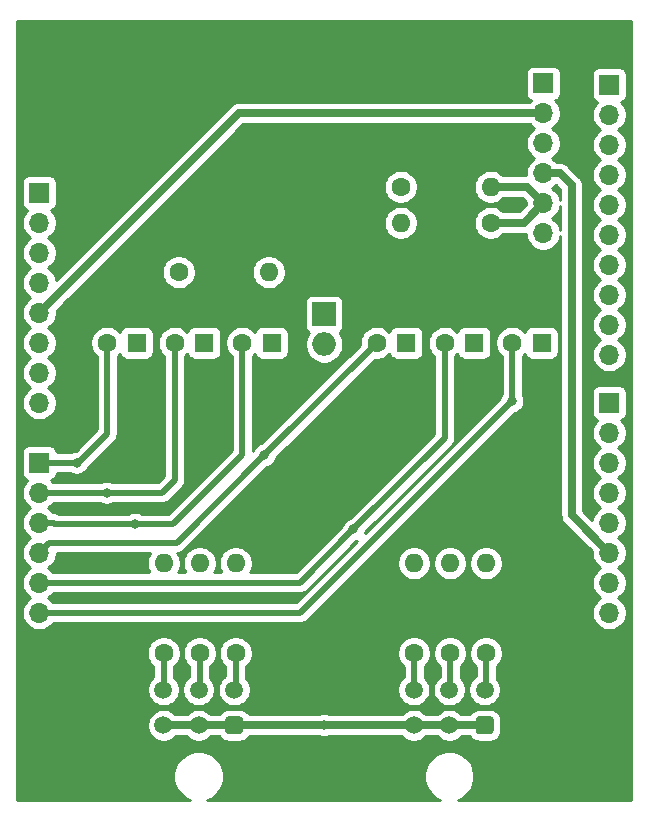
<source format=gbr>
%TF.GenerationSoftware,KiCad,Pcbnew,(5.1.10)-1*%
%TF.CreationDate,2021-09-10T15:59:41-05:00*%
%TF.ProjectId,ForceSensor,466f7263-6553-4656-9e73-6f722e6b6963,rev?*%
%TF.SameCoordinates,Original*%
%TF.FileFunction,Copper,L1,Top*%
%TF.FilePolarity,Positive*%
%FSLAX46Y46*%
G04 Gerber Fmt 4.6, Leading zero omitted, Abs format (unit mm)*
G04 Created by KiCad (PCBNEW (5.1.10)-1) date 2021-09-10 15:59:41*
%MOMM*%
%LPD*%
G01*
G04 APERTURE LIST*
%TA.AperFunction,ComponentPad*%
%ADD10R,1.600000X1.600000*%
%TD*%
%TA.AperFunction,ComponentPad*%
%ADD11C,1.600000*%
%TD*%
%TA.AperFunction,ComponentPad*%
%ADD12R,1.700000X1.700000*%
%TD*%
%TA.AperFunction,ComponentPad*%
%ADD13O,1.700000X1.700000*%
%TD*%
%TA.AperFunction,ComponentPad*%
%ADD14C,1.500000*%
%TD*%
%TA.AperFunction,ComponentPad*%
%ADD15O,1.600000X1.600000*%
%TD*%
%TA.AperFunction,ComponentPad*%
%ADD16R,2.000000X2.000000*%
%TD*%
%TA.AperFunction,ComponentPad*%
%ADD17O,2.000000X2.000000*%
%TD*%
%TA.AperFunction,ViaPad*%
%ADD18C,0.800000*%
%TD*%
%TA.AperFunction,Conductor*%
%ADD19C,0.508000*%
%TD*%
%TA.AperFunction,Conductor*%
%ADD20C,0.635000*%
%TD*%
%TA.AperFunction,NonConductor*%
%ADD21C,0.254000*%
%TD*%
%TA.AperFunction,NonConductor*%
%ADD22C,0.100000*%
%TD*%
G04 APERTURE END LIST*
D10*
%TO.P,C1,1*%
%TO.N,GND*%
X220980000Y-70485000D03*
D11*
%TO.P,C1,2*%
%TO.N,/Left_Data1*%
X218480000Y-70485000D03*
%TD*%
D10*
%TO.P,C2,1*%
%TO.N,GND*%
X226695000Y-70485000D03*
D11*
%TO.P,C2,2*%
%TO.N,/Left_Data2*%
X224195000Y-70485000D03*
%TD*%
%TO.P,C3,2*%
%TO.N,/Left_Data3*%
X229910000Y-70485000D03*
D10*
%TO.P,C3,1*%
%TO.N,GND*%
X232410000Y-70485000D03*
%TD*%
D11*
%TO.P,C4,2*%
%TO.N,/Right_Data1*%
X241300000Y-70485000D03*
D10*
%TO.P,C4,1*%
%TO.N,GND*%
X243800000Y-70485000D03*
%TD*%
%TO.P,C5,1*%
%TO.N,GND*%
X249555000Y-70485000D03*
D11*
%TO.P,C5,2*%
%TO.N,/Right_Data2*%
X247055000Y-70485000D03*
%TD*%
%TO.P,C6,2*%
%TO.N,/Right_Data3*%
X252770000Y-70485000D03*
D10*
%TO.P,C6,1*%
%TO.N,GND*%
X255270000Y-70485000D03*
%TD*%
D12*
%TO.P,J4,1*%
%TO.N,Net-(J4-Pad1)*%
X260985000Y-48641000D03*
D13*
%TO.P,J4,2*%
%TO.N,Net-(J4-Pad2)*%
X260985000Y-51181000D03*
%TO.P,J4,3*%
%TO.N,Net-(J4-Pad3)*%
X260985000Y-53721000D03*
%TO.P,J4,4*%
%TO.N,GND*%
X260985000Y-56261000D03*
%TO.P,J4,5*%
%TO.N,Net-(J4-Pad5)*%
X260985000Y-58801000D03*
%TO.P,J4,6*%
%TO.N,Net-(J4-Pad6)*%
X260985000Y-61341000D03*
%TO.P,J4,7*%
%TO.N,Net-(J4-Pad7)*%
X260985000Y-63881000D03*
%TO.P,J4,8*%
%TO.N,Net-(J4-Pad8)*%
X260985000Y-66421000D03*
%TO.P,J4,9*%
%TO.N,Net-(J4-Pad9)*%
X260985000Y-68961000D03*
%TO.P,J4,10*%
%TO.N,Net-(J4-Pad10)*%
X260985000Y-71501000D03*
%TD*%
%TO.P,J7,1*%
%TO.N,+5V*%
%TA.AperFunction,ComponentPad*%
G36*
G01*
X229985000Y-102370000D02*
X229985000Y-103370000D01*
G75*
G02*
X229735000Y-103620000I-250000J0D01*
G01*
X228735000Y-103620000D01*
G75*
G02*
X228485000Y-103370000I0J250000D01*
G01*
X228485000Y-102370000D01*
G75*
G02*
X228735000Y-102120000I250000J0D01*
G01*
X229735000Y-102120000D01*
G75*
G02*
X229985000Y-102370000I0J-250000D01*
G01*
G37*
%TD.AperFunction*%
D14*
%TO.P,J7,2*%
X226235000Y-102870000D03*
%TO.P,J7,3*%
X223235000Y-102870000D03*
%TO.P,J7,4*%
%TO.N,/Left_Data3*%
X229235000Y-99870000D03*
%TO.P,J7,5*%
%TO.N,/Left_Data2*%
X226235000Y-99870000D03*
%TO.P,J7,6*%
%TO.N,/Left_Data1*%
X223235000Y-99870000D03*
%TD*%
%TO.P,J8,6*%
%TO.N,/Right_Data1*%
X244444000Y-99870000D03*
%TO.P,J8,5*%
%TO.N,/Right_Data2*%
X247444000Y-99870000D03*
%TO.P,J8,4*%
%TO.N,/Right_Data3*%
X250444000Y-99870000D03*
%TO.P,J8,3*%
%TO.N,+5V*%
X244444000Y-102870000D03*
%TO.P,J8,2*%
X247444000Y-102870000D03*
%TO.P,J8,1*%
%TA.AperFunction,ComponentPad*%
G36*
G01*
X251194000Y-102370000D02*
X251194000Y-103370000D01*
G75*
G02*
X250944000Y-103620000I-250000J0D01*
G01*
X249944000Y-103620000D01*
G75*
G02*
X249694000Y-103370000I0J250000D01*
G01*
X249694000Y-102370000D01*
G75*
G02*
X249944000Y-102120000I250000J0D01*
G01*
X250944000Y-102120000D01*
G75*
G02*
X251194000Y-102370000I0J-250000D01*
G01*
G37*
%TD.AperFunction*%
%TD*%
D11*
%TO.P,R1,1*%
%TO.N,GND*%
X243332000Y-57277000D03*
D15*
%TO.P,R1,2*%
%TO.N,Net-(J1-Pad5)*%
X250952000Y-57277000D03*
%TD*%
%TO.P,R2,2*%
%TO.N,/D3*%
X243332000Y-60325000D03*
D11*
%TO.P,R2,1*%
%TO.N,Net-(J1-Pad5)*%
X250952000Y-60325000D03*
%TD*%
%TO.P,R3,1*%
%TO.N,/Left_Data1*%
X223266000Y-96774000D03*
D15*
%TO.P,R3,2*%
%TO.N,GND*%
X223266000Y-89154000D03*
%TD*%
%TO.P,R4,2*%
%TO.N,GND*%
X226314000Y-89154000D03*
D11*
%TO.P,R4,1*%
%TO.N,/Left_Data2*%
X226314000Y-96774000D03*
%TD*%
D15*
%TO.P,R5,2*%
%TO.N,GND*%
X229362000Y-89154000D03*
D11*
%TO.P,R5,1*%
%TO.N,/Left_Data3*%
X229362000Y-96774000D03*
%TD*%
%TO.P,R6,1*%
%TO.N,/Right_Data1*%
X244475000Y-96774000D03*
D15*
%TO.P,R6,2*%
%TO.N,GND*%
X244475000Y-89154000D03*
%TD*%
%TO.P,R7,2*%
%TO.N,GND*%
X247523000Y-89154000D03*
D11*
%TO.P,R7,1*%
%TO.N,/Right_Data2*%
X247523000Y-96774000D03*
%TD*%
%TO.P,R8,1*%
%TO.N,/Right_Data3*%
X250571000Y-96774000D03*
D15*
%TO.P,R8,2*%
%TO.N,GND*%
X250571000Y-89154000D03*
%TD*%
D12*
%TO.P,J1,1*%
%TO.N,Net-(J1-Pad1)*%
X255397000Y-48514000D03*
D13*
%TO.P,J1,2*%
%TO.N,+5V*%
X255397000Y-51054000D03*
%TO.P,J1,3*%
%TO.N,GND*%
X255397000Y-53594000D03*
%TO.P,J1,4*%
%TO.N,/D2*%
X255397000Y-56134000D03*
%TO.P,J1,5*%
%TO.N,Net-(J1-Pad5)*%
X255397000Y-58674000D03*
%TO.P,J1,6*%
%TO.N,Net-(J1-Pad6)*%
X255397000Y-61214000D03*
%TD*%
D12*
%TO.P,J2,1*%
%TO.N,Net-(J2-Pad1)*%
X212725000Y-57785000D03*
D13*
%TO.P,J2,2*%
%TO.N,Net-(J2-Pad2)*%
X212725000Y-60325000D03*
%TO.P,J2,3*%
%TO.N,Net-(J2-Pad3)*%
X212725000Y-62865000D03*
%TO.P,J2,4*%
%TO.N,+3V3*%
X212725000Y-65405000D03*
%TO.P,J2,5*%
%TO.N,+5V*%
X212725000Y-67945000D03*
%TO.P,J2,6*%
%TO.N,GND*%
X212725000Y-70485000D03*
%TO.P,J2,7*%
X212725000Y-73025000D03*
%TO.P,J2,8*%
%TO.N,Net-(J2-Pad8)*%
X212725000Y-75565000D03*
%TD*%
%TO.P,J3,6*%
%TO.N,/Right_Data3*%
X212725000Y-93345000D03*
%TO.P,J3,5*%
%TO.N,/Right_Data2*%
X212725000Y-90805000D03*
%TO.P,J3,4*%
%TO.N,/Right_Data1*%
X212725000Y-88265000D03*
%TO.P,J3,3*%
%TO.N,/Left_Data3*%
X212725000Y-85725000D03*
%TO.P,J3,2*%
%TO.N,/Left_Data2*%
X212725000Y-83185000D03*
D12*
%TO.P,J3,1*%
%TO.N,/Left_Data1*%
X212725000Y-80645000D03*
%TD*%
D13*
%TO.P,J5,8*%
%TO.N,Net-(J5-Pad8)*%
X260985000Y-93345000D03*
%TO.P,J5,7*%
%TO.N,Net-(J5-Pad7)*%
X260985000Y-90805000D03*
%TO.P,J5,6*%
%TO.N,/D2*%
X260985000Y-88265000D03*
%TO.P,J5,5*%
%TO.N,/D3*%
X260985000Y-85725000D03*
%TO.P,J5,4*%
%TO.N,Net-(J5-Pad4)*%
X260985000Y-83185000D03*
%TO.P,J5,3*%
%TO.N,Net-(J5-Pad3)*%
X260985000Y-80645000D03*
%TO.P,J5,2*%
%TO.N,Net-(J5-Pad2)*%
X260985000Y-78105000D03*
D12*
%TO.P,J5,1*%
%TO.N,Net-(J5-Pad1)*%
X260985000Y-75565000D03*
%TD*%
D11*
%TO.P,R9,1*%
%TO.N,+3V3*%
X224536000Y-64516000D03*
D15*
%TO.P,R9,2*%
%TO.N,Net-(D1-Pad1)*%
X232156000Y-64516000D03*
%TD*%
D16*
%TO.P,D1,1*%
%TO.N,Net-(D1-Pad1)*%
X236855000Y-68072000D03*
D17*
%TO.P,D1,2*%
%TO.N,GND*%
X236855000Y-70612000D03*
%TD*%
D18*
%TO.N,/Left_Data1*%
X215900000Y-80645000D03*
%TO.N,/Left_Data2*%
X218440000Y-83185000D03*
%TO.N,/Left_Data3*%
X220853000Y-85852000D03*
%TO.N,/Right_Data1*%
X231775000Y-80010000D03*
%TO.N,/Right_Data2*%
X239331500Y-86296500D03*
%TO.N,/Right_Data3*%
X252770000Y-75398000D03*
%TO.N,+5V*%
X236855000Y-102870000D03*
%TD*%
D19*
%TO.N,/Left_Data1*%
X223266000Y-99839000D02*
X223235000Y-99870000D01*
X223266000Y-96774000D02*
X223266000Y-99839000D01*
X212725000Y-80645000D02*
X216027000Y-80645000D01*
X218480000Y-78192000D02*
X218480000Y-70485000D01*
X216027000Y-80645000D02*
X218480000Y-78192000D01*
%TO.N,/Left_Data2*%
X226314000Y-99791000D02*
X226235000Y-99870000D01*
X226314000Y-96774000D02*
X226314000Y-99791000D01*
X224195000Y-82129000D02*
X224195000Y-70485000D01*
X223139000Y-83185000D02*
X224195000Y-82129000D01*
X218440000Y-83185000D02*
X223139000Y-83185000D01*
X212725000Y-83185000D02*
X218440000Y-83185000D01*
%TO.N,/Left_Data3*%
X229362000Y-99743000D02*
X229235000Y-99870000D01*
X229362000Y-96774000D02*
X229362000Y-99743000D01*
X213927081Y-85725000D02*
X214054081Y-85852000D01*
X212725000Y-85725000D02*
X213927081Y-85725000D01*
X229910000Y-79970000D02*
X229910000Y-70485000D01*
X224028000Y-85852000D02*
X229910000Y-79970000D01*
X220853000Y-85852000D02*
X224028000Y-85852000D01*
X214054081Y-85852000D02*
X220853000Y-85852000D01*
%TO.N,/Right_Data1*%
X244475000Y-99839000D02*
X244444000Y-99870000D01*
X244475000Y-96774000D02*
X244475000Y-99839000D01*
X213574999Y-87415001D02*
X224369999Y-87415001D01*
X212725000Y-88265000D02*
X213574999Y-87415001D01*
X231775000Y-80010000D02*
X241300000Y-70485000D01*
X224369999Y-87415001D02*
X231775000Y-80010000D01*
%TO.N,/Right_Data2*%
X247523000Y-99791000D02*
X247444000Y-99870000D01*
X247523000Y-96774000D02*
X247523000Y-99791000D01*
X212725000Y-90805000D02*
X234823000Y-90805000D01*
X247055000Y-78573000D02*
X247055000Y-70485000D01*
X239331500Y-86296500D02*
X247055000Y-78573000D01*
X234823000Y-90805000D02*
X239331500Y-86296500D01*
%TO.N,/Right_Data3*%
X250571000Y-99743000D02*
X250444000Y-99870000D01*
X250571000Y-96774000D02*
X250571000Y-99743000D01*
X252476000Y-70779000D02*
X252770000Y-70485000D01*
X212725000Y-93345000D02*
X234823000Y-93345000D01*
X252770000Y-75398000D02*
X252770000Y-70485000D01*
X234823000Y-93345000D02*
X252770000Y-75398000D01*
D20*
%TO.N,+5V*%
X223235000Y-102870000D02*
X229235000Y-102870000D01*
X244444000Y-102870000D02*
X250444000Y-102870000D01*
X244444000Y-102870000D02*
X236855000Y-102870000D01*
X229616000Y-51054000D02*
X212725000Y-67945000D01*
X255397000Y-51054000D02*
X229616000Y-51054000D01*
X236855000Y-102870000D02*
X229235000Y-102870000D01*
%TO.N,/D2*%
X255397000Y-56134000D02*
X256794000Y-56134000D01*
X256794000Y-56134000D02*
X257810000Y-57150000D01*
X257810000Y-57150000D02*
X257810000Y-85090000D01*
X257810000Y-85090000D02*
X260985000Y-88265000D01*
%TO.N,Net-(J1-Pad5)*%
X253746000Y-60325000D02*
X255397000Y-58674000D01*
X250952000Y-60325000D02*
X253746000Y-60325000D01*
X254000000Y-57277000D02*
X255397000Y-58674000D01*
X250952000Y-57277000D02*
X254000000Y-57277000D01*
%TD*%
D21*
X262864513Y-43205666D02*
X262865001Y-43210310D01*
X262865000Y-109187725D01*
X262864335Y-109194513D01*
X262859699Y-109195000D01*
X248182525Y-109195000D01*
X248455302Y-109082012D01*
X248804983Y-108848363D01*
X249102363Y-108550983D01*
X249336012Y-108201302D01*
X249496953Y-107812756D01*
X249579000Y-107400279D01*
X249579000Y-106979721D01*
X249496953Y-106567244D01*
X249336012Y-106178698D01*
X249102363Y-105829017D01*
X248804983Y-105531637D01*
X248455302Y-105297988D01*
X248066756Y-105137047D01*
X247654279Y-105055000D01*
X247233721Y-105055000D01*
X246821244Y-105137047D01*
X246432698Y-105297988D01*
X246083017Y-105531637D01*
X245785637Y-105829017D01*
X245551988Y-106178698D01*
X245391047Y-106567244D01*
X245309000Y-106979721D01*
X245309000Y-107400279D01*
X245391047Y-107812756D01*
X245551988Y-108201302D01*
X245785637Y-108550983D01*
X246083017Y-108848363D01*
X246432698Y-109082012D01*
X246705475Y-109195000D01*
X226973525Y-109195000D01*
X227246302Y-109082012D01*
X227595983Y-108848363D01*
X227893363Y-108550983D01*
X228127012Y-108201302D01*
X228287953Y-107812756D01*
X228370000Y-107400279D01*
X228370000Y-106979721D01*
X228287953Y-106567244D01*
X228127012Y-106178698D01*
X227893363Y-105829017D01*
X227595983Y-105531637D01*
X227246302Y-105297988D01*
X226857756Y-105137047D01*
X226445279Y-105055000D01*
X226024721Y-105055000D01*
X225612244Y-105137047D01*
X225223698Y-105297988D01*
X224874017Y-105531637D01*
X224576637Y-105829017D01*
X224342988Y-106178698D01*
X224182047Y-106567244D01*
X224100000Y-106979721D01*
X224100000Y-107400279D01*
X224182047Y-107812756D01*
X224342988Y-108201302D01*
X224576637Y-108550983D01*
X224874017Y-108848363D01*
X225223698Y-109082012D01*
X225496475Y-109195000D01*
X210852275Y-109195000D01*
X210845487Y-109194335D01*
X210845000Y-109189699D01*
X210845000Y-102733589D01*
X221850000Y-102733589D01*
X221850000Y-103006411D01*
X221903225Y-103273989D01*
X222007629Y-103526043D01*
X222159201Y-103752886D01*
X222352114Y-103945799D01*
X222578957Y-104097371D01*
X222831011Y-104201775D01*
X223098589Y-104255000D01*
X223371411Y-104255000D01*
X223638989Y-104201775D01*
X223891043Y-104097371D01*
X224117886Y-103945799D01*
X224241185Y-103822500D01*
X225228815Y-103822500D01*
X225352114Y-103945799D01*
X225578957Y-104097371D01*
X225831011Y-104201775D01*
X226098589Y-104255000D01*
X226371411Y-104255000D01*
X226638989Y-104201775D01*
X226891043Y-104097371D01*
X227117886Y-103945799D01*
X227241185Y-103822500D01*
X227974741Y-103822500D01*
X227996595Y-103863386D01*
X228107038Y-103997962D01*
X228241614Y-104108405D01*
X228395150Y-104190472D01*
X228561746Y-104241008D01*
X228735000Y-104258072D01*
X229735000Y-104258072D01*
X229908254Y-104241008D01*
X230074850Y-104190472D01*
X230228386Y-104108405D01*
X230362962Y-103997962D01*
X230473405Y-103863386D01*
X230495259Y-103822500D01*
X236449953Y-103822500D01*
X236553102Y-103865226D01*
X236753061Y-103905000D01*
X236956939Y-103905000D01*
X237156898Y-103865226D01*
X237260047Y-103822500D01*
X243437815Y-103822500D01*
X243561114Y-103945799D01*
X243787957Y-104097371D01*
X244040011Y-104201775D01*
X244307589Y-104255000D01*
X244580411Y-104255000D01*
X244847989Y-104201775D01*
X245100043Y-104097371D01*
X245326886Y-103945799D01*
X245450185Y-103822500D01*
X246437815Y-103822500D01*
X246561114Y-103945799D01*
X246787957Y-104097371D01*
X247040011Y-104201775D01*
X247307589Y-104255000D01*
X247580411Y-104255000D01*
X247847989Y-104201775D01*
X248100043Y-104097371D01*
X248326886Y-103945799D01*
X248450185Y-103822500D01*
X249183741Y-103822500D01*
X249205595Y-103863386D01*
X249316038Y-103997962D01*
X249450614Y-104108405D01*
X249604150Y-104190472D01*
X249770746Y-104241008D01*
X249944000Y-104258072D01*
X250944000Y-104258072D01*
X251117254Y-104241008D01*
X251283850Y-104190472D01*
X251437386Y-104108405D01*
X251571962Y-103997962D01*
X251682405Y-103863386D01*
X251764472Y-103709850D01*
X251815008Y-103543254D01*
X251832072Y-103370000D01*
X251832072Y-102370000D01*
X251815008Y-102196746D01*
X251764472Y-102030150D01*
X251682405Y-101876614D01*
X251571962Y-101742038D01*
X251437386Y-101631595D01*
X251283850Y-101549528D01*
X251117254Y-101498992D01*
X250944000Y-101481928D01*
X249944000Y-101481928D01*
X249770746Y-101498992D01*
X249604150Y-101549528D01*
X249450614Y-101631595D01*
X249316038Y-101742038D01*
X249205595Y-101876614D01*
X249183741Y-101917500D01*
X248450185Y-101917500D01*
X248326886Y-101794201D01*
X248100043Y-101642629D01*
X247847989Y-101538225D01*
X247580411Y-101485000D01*
X247307589Y-101485000D01*
X247040011Y-101538225D01*
X246787957Y-101642629D01*
X246561114Y-101794201D01*
X246437815Y-101917500D01*
X245450185Y-101917500D01*
X245326886Y-101794201D01*
X245100043Y-101642629D01*
X244847989Y-101538225D01*
X244580411Y-101485000D01*
X244307589Y-101485000D01*
X244040011Y-101538225D01*
X243787957Y-101642629D01*
X243561114Y-101794201D01*
X243437815Y-101917500D01*
X237260047Y-101917500D01*
X237156898Y-101874774D01*
X236956939Y-101835000D01*
X236753061Y-101835000D01*
X236553102Y-101874774D01*
X236449953Y-101917500D01*
X230495259Y-101917500D01*
X230473405Y-101876614D01*
X230362962Y-101742038D01*
X230228386Y-101631595D01*
X230074850Y-101549528D01*
X229908254Y-101498992D01*
X229735000Y-101481928D01*
X228735000Y-101481928D01*
X228561746Y-101498992D01*
X228395150Y-101549528D01*
X228241614Y-101631595D01*
X228107038Y-101742038D01*
X227996595Y-101876614D01*
X227974741Y-101917500D01*
X227241185Y-101917500D01*
X227117886Y-101794201D01*
X226891043Y-101642629D01*
X226638989Y-101538225D01*
X226371411Y-101485000D01*
X226098589Y-101485000D01*
X225831011Y-101538225D01*
X225578957Y-101642629D01*
X225352114Y-101794201D01*
X225228815Y-101917500D01*
X224241185Y-101917500D01*
X224117886Y-101794201D01*
X223891043Y-101642629D01*
X223638989Y-101538225D01*
X223371411Y-101485000D01*
X223098589Y-101485000D01*
X222831011Y-101538225D01*
X222578957Y-101642629D01*
X222352114Y-101794201D01*
X222159201Y-101987114D01*
X222007629Y-102213957D01*
X221903225Y-102466011D01*
X221850000Y-102733589D01*
X210845000Y-102733589D01*
X210845000Y-96632665D01*
X221831000Y-96632665D01*
X221831000Y-96915335D01*
X221886147Y-97192574D01*
X221994320Y-97453727D01*
X222151363Y-97688759D01*
X222351241Y-97888637D01*
X222377000Y-97905849D01*
X222377001Y-98777572D01*
X222352114Y-98794201D01*
X222159201Y-98987114D01*
X222007629Y-99213957D01*
X221903225Y-99466011D01*
X221850000Y-99733589D01*
X221850000Y-100006411D01*
X221903225Y-100273989D01*
X222007629Y-100526043D01*
X222159201Y-100752886D01*
X222352114Y-100945799D01*
X222578957Y-101097371D01*
X222831011Y-101201775D01*
X223098589Y-101255000D01*
X223371411Y-101255000D01*
X223638989Y-101201775D01*
X223891043Y-101097371D01*
X224117886Y-100945799D01*
X224310799Y-100752886D01*
X224462371Y-100526043D01*
X224566775Y-100273989D01*
X224620000Y-100006411D01*
X224620000Y-99733589D01*
X224850000Y-99733589D01*
X224850000Y-100006411D01*
X224903225Y-100273989D01*
X225007629Y-100526043D01*
X225159201Y-100752886D01*
X225352114Y-100945799D01*
X225578957Y-101097371D01*
X225831011Y-101201775D01*
X226098589Y-101255000D01*
X226371411Y-101255000D01*
X226638989Y-101201775D01*
X226891043Y-101097371D01*
X227117886Y-100945799D01*
X227310799Y-100752886D01*
X227462371Y-100526043D01*
X227566775Y-100273989D01*
X227620000Y-100006411D01*
X227620000Y-99733589D01*
X227850000Y-99733589D01*
X227850000Y-100006411D01*
X227903225Y-100273989D01*
X228007629Y-100526043D01*
X228159201Y-100752886D01*
X228352114Y-100945799D01*
X228578957Y-101097371D01*
X228831011Y-101201775D01*
X229098589Y-101255000D01*
X229371411Y-101255000D01*
X229638989Y-101201775D01*
X229891043Y-101097371D01*
X230117886Y-100945799D01*
X230310799Y-100752886D01*
X230462371Y-100526043D01*
X230566775Y-100273989D01*
X230620000Y-100006411D01*
X230620000Y-99733589D01*
X230566775Y-99466011D01*
X230462371Y-99213957D01*
X230310799Y-98987114D01*
X230251000Y-98927315D01*
X230251000Y-97905849D01*
X230276759Y-97888637D01*
X230476637Y-97688759D01*
X230633680Y-97453727D01*
X230741853Y-97192574D01*
X230797000Y-96915335D01*
X230797000Y-96632665D01*
X243040000Y-96632665D01*
X243040000Y-96915335D01*
X243095147Y-97192574D01*
X243203320Y-97453727D01*
X243360363Y-97688759D01*
X243560241Y-97888637D01*
X243586000Y-97905849D01*
X243586001Y-98777572D01*
X243561114Y-98794201D01*
X243368201Y-98987114D01*
X243216629Y-99213957D01*
X243112225Y-99466011D01*
X243059000Y-99733589D01*
X243059000Y-100006411D01*
X243112225Y-100273989D01*
X243216629Y-100526043D01*
X243368201Y-100752886D01*
X243561114Y-100945799D01*
X243787957Y-101097371D01*
X244040011Y-101201775D01*
X244307589Y-101255000D01*
X244580411Y-101255000D01*
X244847989Y-101201775D01*
X245100043Y-101097371D01*
X245326886Y-100945799D01*
X245519799Y-100752886D01*
X245671371Y-100526043D01*
X245775775Y-100273989D01*
X245829000Y-100006411D01*
X245829000Y-99733589D01*
X246059000Y-99733589D01*
X246059000Y-100006411D01*
X246112225Y-100273989D01*
X246216629Y-100526043D01*
X246368201Y-100752886D01*
X246561114Y-100945799D01*
X246787957Y-101097371D01*
X247040011Y-101201775D01*
X247307589Y-101255000D01*
X247580411Y-101255000D01*
X247847989Y-101201775D01*
X248100043Y-101097371D01*
X248326886Y-100945799D01*
X248519799Y-100752886D01*
X248671371Y-100526043D01*
X248775775Y-100273989D01*
X248829000Y-100006411D01*
X248829000Y-99733589D01*
X249059000Y-99733589D01*
X249059000Y-100006411D01*
X249112225Y-100273989D01*
X249216629Y-100526043D01*
X249368201Y-100752886D01*
X249561114Y-100945799D01*
X249787957Y-101097371D01*
X250040011Y-101201775D01*
X250307589Y-101255000D01*
X250580411Y-101255000D01*
X250847989Y-101201775D01*
X251100043Y-101097371D01*
X251326886Y-100945799D01*
X251519799Y-100752886D01*
X251671371Y-100526043D01*
X251775775Y-100273989D01*
X251829000Y-100006411D01*
X251829000Y-99733589D01*
X251775775Y-99466011D01*
X251671371Y-99213957D01*
X251519799Y-98987114D01*
X251460000Y-98927315D01*
X251460000Y-97905849D01*
X251485759Y-97888637D01*
X251685637Y-97688759D01*
X251842680Y-97453727D01*
X251950853Y-97192574D01*
X252006000Y-96915335D01*
X252006000Y-96632665D01*
X251950853Y-96355426D01*
X251842680Y-96094273D01*
X251685637Y-95859241D01*
X251485759Y-95659363D01*
X251250727Y-95502320D01*
X250989574Y-95394147D01*
X250712335Y-95339000D01*
X250429665Y-95339000D01*
X250152426Y-95394147D01*
X249891273Y-95502320D01*
X249656241Y-95659363D01*
X249456363Y-95859241D01*
X249299320Y-96094273D01*
X249191147Y-96355426D01*
X249136000Y-96632665D01*
X249136000Y-96915335D01*
X249191147Y-97192574D01*
X249299320Y-97453727D01*
X249456363Y-97688759D01*
X249656241Y-97888637D01*
X249682000Y-97905849D01*
X249682001Y-98713427D01*
X249561114Y-98794201D01*
X249368201Y-98987114D01*
X249216629Y-99213957D01*
X249112225Y-99466011D01*
X249059000Y-99733589D01*
X248829000Y-99733589D01*
X248775775Y-99466011D01*
X248671371Y-99213957D01*
X248519799Y-98987114D01*
X248412000Y-98879315D01*
X248412000Y-97905849D01*
X248437759Y-97888637D01*
X248637637Y-97688759D01*
X248794680Y-97453727D01*
X248902853Y-97192574D01*
X248958000Y-96915335D01*
X248958000Y-96632665D01*
X248902853Y-96355426D01*
X248794680Y-96094273D01*
X248637637Y-95859241D01*
X248437759Y-95659363D01*
X248202727Y-95502320D01*
X247941574Y-95394147D01*
X247664335Y-95339000D01*
X247381665Y-95339000D01*
X247104426Y-95394147D01*
X246843273Y-95502320D01*
X246608241Y-95659363D01*
X246408363Y-95859241D01*
X246251320Y-96094273D01*
X246143147Y-96355426D01*
X246088000Y-96632665D01*
X246088000Y-96915335D01*
X246143147Y-97192574D01*
X246251320Y-97453727D01*
X246408363Y-97688759D01*
X246608241Y-97888637D01*
X246634000Y-97905849D01*
X246634001Y-98745500D01*
X246561114Y-98794201D01*
X246368201Y-98987114D01*
X246216629Y-99213957D01*
X246112225Y-99466011D01*
X246059000Y-99733589D01*
X245829000Y-99733589D01*
X245775775Y-99466011D01*
X245671371Y-99213957D01*
X245519799Y-98987114D01*
X245364000Y-98831315D01*
X245364000Y-97905849D01*
X245389759Y-97888637D01*
X245589637Y-97688759D01*
X245746680Y-97453727D01*
X245854853Y-97192574D01*
X245910000Y-96915335D01*
X245910000Y-96632665D01*
X245854853Y-96355426D01*
X245746680Y-96094273D01*
X245589637Y-95859241D01*
X245389759Y-95659363D01*
X245154727Y-95502320D01*
X244893574Y-95394147D01*
X244616335Y-95339000D01*
X244333665Y-95339000D01*
X244056426Y-95394147D01*
X243795273Y-95502320D01*
X243560241Y-95659363D01*
X243360363Y-95859241D01*
X243203320Y-96094273D01*
X243095147Y-96355426D01*
X243040000Y-96632665D01*
X230797000Y-96632665D01*
X230741853Y-96355426D01*
X230633680Y-96094273D01*
X230476637Y-95859241D01*
X230276759Y-95659363D01*
X230041727Y-95502320D01*
X229780574Y-95394147D01*
X229503335Y-95339000D01*
X229220665Y-95339000D01*
X228943426Y-95394147D01*
X228682273Y-95502320D01*
X228447241Y-95659363D01*
X228247363Y-95859241D01*
X228090320Y-96094273D01*
X227982147Y-96355426D01*
X227927000Y-96632665D01*
X227927000Y-96915335D01*
X227982147Y-97192574D01*
X228090320Y-97453727D01*
X228247363Y-97688759D01*
X228447241Y-97888637D01*
X228473000Y-97905849D01*
X228473001Y-98713427D01*
X228352114Y-98794201D01*
X228159201Y-98987114D01*
X228007629Y-99213957D01*
X227903225Y-99466011D01*
X227850000Y-99733589D01*
X227620000Y-99733589D01*
X227566775Y-99466011D01*
X227462371Y-99213957D01*
X227310799Y-98987114D01*
X227203000Y-98879315D01*
X227203000Y-97905849D01*
X227228759Y-97888637D01*
X227428637Y-97688759D01*
X227585680Y-97453727D01*
X227693853Y-97192574D01*
X227749000Y-96915335D01*
X227749000Y-96632665D01*
X227693853Y-96355426D01*
X227585680Y-96094273D01*
X227428637Y-95859241D01*
X227228759Y-95659363D01*
X226993727Y-95502320D01*
X226732574Y-95394147D01*
X226455335Y-95339000D01*
X226172665Y-95339000D01*
X225895426Y-95394147D01*
X225634273Y-95502320D01*
X225399241Y-95659363D01*
X225199363Y-95859241D01*
X225042320Y-96094273D01*
X224934147Y-96355426D01*
X224879000Y-96632665D01*
X224879000Y-96915335D01*
X224934147Y-97192574D01*
X225042320Y-97453727D01*
X225199363Y-97688759D01*
X225399241Y-97888637D01*
X225425000Y-97905849D01*
X225425001Y-98745500D01*
X225352114Y-98794201D01*
X225159201Y-98987114D01*
X225007629Y-99213957D01*
X224903225Y-99466011D01*
X224850000Y-99733589D01*
X224620000Y-99733589D01*
X224566775Y-99466011D01*
X224462371Y-99213957D01*
X224310799Y-98987114D01*
X224155000Y-98831315D01*
X224155000Y-97905849D01*
X224180759Y-97888637D01*
X224380637Y-97688759D01*
X224537680Y-97453727D01*
X224645853Y-97192574D01*
X224701000Y-96915335D01*
X224701000Y-96632665D01*
X224645853Y-96355426D01*
X224537680Y-96094273D01*
X224380637Y-95859241D01*
X224180759Y-95659363D01*
X223945727Y-95502320D01*
X223684574Y-95394147D01*
X223407335Y-95339000D01*
X223124665Y-95339000D01*
X222847426Y-95394147D01*
X222586273Y-95502320D01*
X222351241Y-95659363D01*
X222151363Y-95859241D01*
X221994320Y-96094273D01*
X221886147Y-96355426D01*
X221831000Y-96632665D01*
X210845000Y-96632665D01*
X210845000Y-79795000D01*
X211236928Y-79795000D01*
X211236928Y-81495000D01*
X211249188Y-81619482D01*
X211285498Y-81739180D01*
X211344463Y-81849494D01*
X211423815Y-81946185D01*
X211520506Y-82025537D01*
X211630820Y-82084502D01*
X211703380Y-82106513D01*
X211571525Y-82238368D01*
X211409010Y-82481589D01*
X211297068Y-82751842D01*
X211240000Y-83038740D01*
X211240000Y-83331260D01*
X211297068Y-83618158D01*
X211409010Y-83888411D01*
X211571525Y-84131632D01*
X211778368Y-84338475D01*
X211952760Y-84455000D01*
X211778368Y-84571525D01*
X211571525Y-84778368D01*
X211409010Y-85021589D01*
X211297068Y-85291842D01*
X211240000Y-85578740D01*
X211240000Y-85871260D01*
X211297068Y-86158158D01*
X211409010Y-86428411D01*
X211571525Y-86671632D01*
X211778368Y-86878475D01*
X211952760Y-86995000D01*
X211778368Y-87111525D01*
X211571525Y-87318368D01*
X211409010Y-87561589D01*
X211297068Y-87831842D01*
X211240000Y-88118740D01*
X211240000Y-88411260D01*
X211297068Y-88698158D01*
X211409010Y-88968411D01*
X211571525Y-89211632D01*
X211778368Y-89418475D01*
X211952760Y-89535000D01*
X211778368Y-89651525D01*
X211571525Y-89858368D01*
X211409010Y-90101589D01*
X211297068Y-90371842D01*
X211240000Y-90658740D01*
X211240000Y-90951260D01*
X211297068Y-91238158D01*
X211409010Y-91508411D01*
X211571525Y-91751632D01*
X211778368Y-91958475D01*
X211952760Y-92075000D01*
X211778368Y-92191525D01*
X211571525Y-92398368D01*
X211409010Y-92641589D01*
X211297068Y-92911842D01*
X211240000Y-93198740D01*
X211240000Y-93491260D01*
X211297068Y-93778158D01*
X211409010Y-94048411D01*
X211571525Y-94291632D01*
X211778368Y-94498475D01*
X212021589Y-94660990D01*
X212291842Y-94772932D01*
X212578740Y-94830000D01*
X212871260Y-94830000D01*
X213158158Y-94772932D01*
X213428411Y-94660990D01*
X213671632Y-94498475D01*
X213878475Y-94291632D01*
X213916983Y-94234000D01*
X234779340Y-94234000D01*
X234823000Y-94238300D01*
X234866660Y-94234000D01*
X234866667Y-94234000D01*
X234997274Y-94221136D01*
X235164851Y-94170303D01*
X235319291Y-94087753D01*
X235454659Y-93976659D01*
X235482499Y-93942736D01*
X240412570Y-89012665D01*
X243040000Y-89012665D01*
X243040000Y-89295335D01*
X243095147Y-89572574D01*
X243203320Y-89833727D01*
X243360363Y-90068759D01*
X243560241Y-90268637D01*
X243795273Y-90425680D01*
X244056426Y-90533853D01*
X244333665Y-90589000D01*
X244616335Y-90589000D01*
X244893574Y-90533853D01*
X245154727Y-90425680D01*
X245389759Y-90268637D01*
X245589637Y-90068759D01*
X245746680Y-89833727D01*
X245854853Y-89572574D01*
X245910000Y-89295335D01*
X245910000Y-89012665D01*
X246088000Y-89012665D01*
X246088000Y-89295335D01*
X246143147Y-89572574D01*
X246251320Y-89833727D01*
X246408363Y-90068759D01*
X246608241Y-90268637D01*
X246843273Y-90425680D01*
X247104426Y-90533853D01*
X247381665Y-90589000D01*
X247664335Y-90589000D01*
X247941574Y-90533853D01*
X248202727Y-90425680D01*
X248437759Y-90268637D01*
X248637637Y-90068759D01*
X248794680Y-89833727D01*
X248902853Y-89572574D01*
X248958000Y-89295335D01*
X248958000Y-89012665D01*
X249136000Y-89012665D01*
X249136000Y-89295335D01*
X249191147Y-89572574D01*
X249299320Y-89833727D01*
X249456363Y-90068759D01*
X249656241Y-90268637D01*
X249891273Y-90425680D01*
X250152426Y-90533853D01*
X250429665Y-90589000D01*
X250712335Y-90589000D01*
X250989574Y-90533853D01*
X251250727Y-90425680D01*
X251485759Y-90268637D01*
X251685637Y-90068759D01*
X251842680Y-89833727D01*
X251950853Y-89572574D01*
X252006000Y-89295335D01*
X252006000Y-89012665D01*
X251950853Y-88735426D01*
X251842680Y-88474273D01*
X251685637Y-88239241D01*
X251485759Y-88039363D01*
X251250727Y-87882320D01*
X250989574Y-87774147D01*
X250712335Y-87719000D01*
X250429665Y-87719000D01*
X250152426Y-87774147D01*
X249891273Y-87882320D01*
X249656241Y-88039363D01*
X249456363Y-88239241D01*
X249299320Y-88474273D01*
X249191147Y-88735426D01*
X249136000Y-89012665D01*
X248958000Y-89012665D01*
X248902853Y-88735426D01*
X248794680Y-88474273D01*
X248637637Y-88239241D01*
X248437759Y-88039363D01*
X248202727Y-87882320D01*
X247941574Y-87774147D01*
X247664335Y-87719000D01*
X247381665Y-87719000D01*
X247104426Y-87774147D01*
X246843273Y-87882320D01*
X246608241Y-88039363D01*
X246408363Y-88239241D01*
X246251320Y-88474273D01*
X246143147Y-88735426D01*
X246088000Y-89012665D01*
X245910000Y-89012665D01*
X245854853Y-88735426D01*
X245746680Y-88474273D01*
X245589637Y-88239241D01*
X245389759Y-88039363D01*
X245154727Y-87882320D01*
X244893574Y-87774147D01*
X244616335Y-87719000D01*
X244333665Y-87719000D01*
X244056426Y-87774147D01*
X243795273Y-87882320D01*
X243560241Y-88039363D01*
X243360363Y-88239241D01*
X243203320Y-88474273D01*
X243095147Y-88735426D01*
X243040000Y-89012665D01*
X240412570Y-89012665D01*
X253022106Y-76403130D01*
X253071898Y-76393226D01*
X253260256Y-76315205D01*
X253429774Y-76201937D01*
X253573937Y-76057774D01*
X253687205Y-75888256D01*
X253765226Y-75699898D01*
X253805000Y-75499939D01*
X253805000Y-75296061D01*
X253765226Y-75096102D01*
X253687205Y-74907744D01*
X253659000Y-74865532D01*
X253659000Y-71616849D01*
X253684759Y-71599637D01*
X253851339Y-71433057D01*
X253880498Y-71529180D01*
X253939463Y-71639494D01*
X254018815Y-71736185D01*
X254115506Y-71815537D01*
X254225820Y-71874502D01*
X254345518Y-71910812D01*
X254470000Y-71923072D01*
X256070000Y-71923072D01*
X256194482Y-71910812D01*
X256314180Y-71874502D01*
X256424494Y-71815537D01*
X256521185Y-71736185D01*
X256600537Y-71639494D01*
X256659502Y-71529180D01*
X256695812Y-71409482D01*
X256708072Y-71285000D01*
X256708072Y-69685000D01*
X256695812Y-69560518D01*
X256659502Y-69440820D01*
X256600537Y-69330506D01*
X256521185Y-69233815D01*
X256424494Y-69154463D01*
X256314180Y-69095498D01*
X256194482Y-69059188D01*
X256070000Y-69046928D01*
X254470000Y-69046928D01*
X254345518Y-69059188D01*
X254225820Y-69095498D01*
X254115506Y-69154463D01*
X254018815Y-69233815D01*
X253939463Y-69330506D01*
X253880498Y-69440820D01*
X253851339Y-69536943D01*
X253684759Y-69370363D01*
X253449727Y-69213320D01*
X253188574Y-69105147D01*
X252911335Y-69050000D01*
X252628665Y-69050000D01*
X252351426Y-69105147D01*
X252090273Y-69213320D01*
X251855241Y-69370363D01*
X251655363Y-69570241D01*
X251498320Y-69805273D01*
X251390147Y-70066426D01*
X251335000Y-70343665D01*
X251335000Y-70626335D01*
X251390147Y-70903574D01*
X251498320Y-71164727D01*
X251655363Y-71399759D01*
X251855241Y-71599637D01*
X251881001Y-71616849D01*
X251881000Y-74865532D01*
X251852795Y-74907744D01*
X251774774Y-75096102D01*
X251764870Y-75145894D01*
X240330291Y-86580473D01*
X240336630Y-86548605D01*
X247652743Y-79232493D01*
X247686659Y-79204659D01*
X247797753Y-79069291D01*
X247880303Y-78914851D01*
X247918254Y-78789741D01*
X247931136Y-78747276D01*
X247936945Y-78688291D01*
X247944000Y-78616667D01*
X247944000Y-78616661D01*
X247948300Y-78573001D01*
X247944000Y-78529341D01*
X247944000Y-71616849D01*
X247969759Y-71599637D01*
X248136339Y-71433057D01*
X248165498Y-71529180D01*
X248224463Y-71639494D01*
X248303815Y-71736185D01*
X248400506Y-71815537D01*
X248510820Y-71874502D01*
X248630518Y-71910812D01*
X248755000Y-71923072D01*
X250355000Y-71923072D01*
X250479482Y-71910812D01*
X250599180Y-71874502D01*
X250709494Y-71815537D01*
X250806185Y-71736185D01*
X250885537Y-71639494D01*
X250944502Y-71529180D01*
X250980812Y-71409482D01*
X250993072Y-71285000D01*
X250993072Y-69685000D01*
X250980812Y-69560518D01*
X250944502Y-69440820D01*
X250885537Y-69330506D01*
X250806185Y-69233815D01*
X250709494Y-69154463D01*
X250599180Y-69095498D01*
X250479482Y-69059188D01*
X250355000Y-69046928D01*
X248755000Y-69046928D01*
X248630518Y-69059188D01*
X248510820Y-69095498D01*
X248400506Y-69154463D01*
X248303815Y-69233815D01*
X248224463Y-69330506D01*
X248165498Y-69440820D01*
X248136339Y-69536943D01*
X247969759Y-69370363D01*
X247734727Y-69213320D01*
X247473574Y-69105147D01*
X247196335Y-69050000D01*
X246913665Y-69050000D01*
X246636426Y-69105147D01*
X246375273Y-69213320D01*
X246140241Y-69370363D01*
X245940363Y-69570241D01*
X245783320Y-69805273D01*
X245675147Y-70066426D01*
X245620000Y-70343665D01*
X245620000Y-70626335D01*
X245675147Y-70903574D01*
X245783320Y-71164727D01*
X245940363Y-71399759D01*
X246140241Y-71599637D01*
X246166001Y-71616849D01*
X246166000Y-78204764D01*
X239079395Y-85291370D01*
X239029602Y-85301274D01*
X238841244Y-85379295D01*
X238671726Y-85492563D01*
X238527563Y-85636726D01*
X238414295Y-85806244D01*
X238336274Y-85994602D01*
X238326370Y-86044394D01*
X234454765Y-89916000D01*
X230578707Y-89916000D01*
X230633680Y-89833727D01*
X230741853Y-89572574D01*
X230797000Y-89295335D01*
X230797000Y-89012665D01*
X230741853Y-88735426D01*
X230633680Y-88474273D01*
X230476637Y-88239241D01*
X230276759Y-88039363D01*
X230041727Y-87882320D01*
X229780574Y-87774147D01*
X229503335Y-87719000D01*
X229220665Y-87719000D01*
X228943426Y-87774147D01*
X228682273Y-87882320D01*
X228447241Y-88039363D01*
X228247363Y-88239241D01*
X228090320Y-88474273D01*
X227982147Y-88735426D01*
X227927000Y-89012665D01*
X227927000Y-89295335D01*
X227982147Y-89572574D01*
X228090320Y-89833727D01*
X228145293Y-89916000D01*
X227530707Y-89916000D01*
X227585680Y-89833727D01*
X227693853Y-89572574D01*
X227749000Y-89295335D01*
X227749000Y-89012665D01*
X227693853Y-88735426D01*
X227585680Y-88474273D01*
X227428637Y-88239241D01*
X227228759Y-88039363D01*
X226993727Y-87882320D01*
X226732574Y-87774147D01*
X226455335Y-87719000D01*
X226172665Y-87719000D01*
X225895426Y-87774147D01*
X225634273Y-87882320D01*
X225399241Y-88039363D01*
X225199363Y-88239241D01*
X225042320Y-88474273D01*
X224934147Y-88735426D01*
X224879000Y-89012665D01*
X224879000Y-89295335D01*
X224934147Y-89572574D01*
X225042320Y-89833727D01*
X225097293Y-89916000D01*
X224482707Y-89916000D01*
X224537680Y-89833727D01*
X224645853Y-89572574D01*
X224701000Y-89295335D01*
X224701000Y-89012665D01*
X224645853Y-88735426D01*
X224537680Y-88474273D01*
X224423276Y-88303055D01*
X224544273Y-88291137D01*
X224711850Y-88240304D01*
X224866290Y-88157754D01*
X225001658Y-88046660D01*
X225029498Y-88012737D01*
X232027106Y-81015130D01*
X232076898Y-81005226D01*
X232265256Y-80927205D01*
X232434774Y-80813937D01*
X232578937Y-80669774D01*
X232692205Y-80500256D01*
X232770226Y-80311898D01*
X232780130Y-80262105D01*
X241128280Y-71913956D01*
X241158665Y-71920000D01*
X241441335Y-71920000D01*
X241718574Y-71864853D01*
X241979727Y-71756680D01*
X242214759Y-71599637D01*
X242381339Y-71433057D01*
X242410498Y-71529180D01*
X242469463Y-71639494D01*
X242548815Y-71736185D01*
X242645506Y-71815537D01*
X242755820Y-71874502D01*
X242875518Y-71910812D01*
X243000000Y-71923072D01*
X244600000Y-71923072D01*
X244724482Y-71910812D01*
X244844180Y-71874502D01*
X244954494Y-71815537D01*
X245051185Y-71736185D01*
X245130537Y-71639494D01*
X245189502Y-71529180D01*
X245225812Y-71409482D01*
X245238072Y-71285000D01*
X245238072Y-69685000D01*
X245225812Y-69560518D01*
X245189502Y-69440820D01*
X245130537Y-69330506D01*
X245051185Y-69233815D01*
X244954494Y-69154463D01*
X244844180Y-69095498D01*
X244724482Y-69059188D01*
X244600000Y-69046928D01*
X243000000Y-69046928D01*
X242875518Y-69059188D01*
X242755820Y-69095498D01*
X242645506Y-69154463D01*
X242548815Y-69233815D01*
X242469463Y-69330506D01*
X242410498Y-69440820D01*
X242381339Y-69536943D01*
X242214759Y-69370363D01*
X241979727Y-69213320D01*
X241718574Y-69105147D01*
X241441335Y-69050000D01*
X241158665Y-69050000D01*
X240881426Y-69105147D01*
X240620273Y-69213320D01*
X240385241Y-69370363D01*
X240185363Y-69570241D01*
X240028320Y-69805273D01*
X239920147Y-70066426D01*
X239865000Y-70343665D01*
X239865000Y-70626335D01*
X239871044Y-70656720D01*
X231522895Y-79004870D01*
X231473102Y-79014774D01*
X231284744Y-79092795D01*
X231115226Y-79206063D01*
X230971063Y-79350226D01*
X230857795Y-79519744D01*
X230799000Y-79661687D01*
X230799000Y-71616849D01*
X230824759Y-71599637D01*
X230991339Y-71433057D01*
X231020498Y-71529180D01*
X231079463Y-71639494D01*
X231158815Y-71736185D01*
X231255506Y-71815537D01*
X231365820Y-71874502D01*
X231485518Y-71910812D01*
X231610000Y-71923072D01*
X233210000Y-71923072D01*
X233334482Y-71910812D01*
X233454180Y-71874502D01*
X233564494Y-71815537D01*
X233661185Y-71736185D01*
X233740537Y-71639494D01*
X233799502Y-71529180D01*
X233835812Y-71409482D01*
X233848072Y-71285000D01*
X233848072Y-69685000D01*
X233835812Y-69560518D01*
X233799502Y-69440820D01*
X233740537Y-69330506D01*
X233661185Y-69233815D01*
X233564494Y-69154463D01*
X233454180Y-69095498D01*
X233334482Y-69059188D01*
X233210000Y-69046928D01*
X231610000Y-69046928D01*
X231485518Y-69059188D01*
X231365820Y-69095498D01*
X231255506Y-69154463D01*
X231158815Y-69233815D01*
X231079463Y-69330506D01*
X231020498Y-69440820D01*
X230991339Y-69536943D01*
X230824759Y-69370363D01*
X230589727Y-69213320D01*
X230328574Y-69105147D01*
X230051335Y-69050000D01*
X229768665Y-69050000D01*
X229491426Y-69105147D01*
X229230273Y-69213320D01*
X228995241Y-69370363D01*
X228795363Y-69570241D01*
X228638320Y-69805273D01*
X228530147Y-70066426D01*
X228475000Y-70343665D01*
X228475000Y-70626335D01*
X228530147Y-70903574D01*
X228638320Y-71164727D01*
X228795363Y-71399759D01*
X228995241Y-71599637D01*
X229021001Y-71616849D01*
X229021000Y-79601764D01*
X223659765Y-84963000D01*
X221385468Y-84963000D01*
X221343256Y-84934795D01*
X221154898Y-84856774D01*
X220954939Y-84817000D01*
X220751061Y-84817000D01*
X220551102Y-84856774D01*
X220362744Y-84934795D01*
X220320532Y-84963000D01*
X214387363Y-84963000D01*
X214268932Y-84899697D01*
X214101355Y-84848864D01*
X213970748Y-84836000D01*
X213970741Y-84836000D01*
X213927081Y-84831700D01*
X213914911Y-84832899D01*
X213878475Y-84778368D01*
X213671632Y-84571525D01*
X213497240Y-84455000D01*
X213671632Y-84338475D01*
X213878475Y-84131632D01*
X213916983Y-84074000D01*
X217907532Y-84074000D01*
X217949744Y-84102205D01*
X218138102Y-84180226D01*
X218338061Y-84220000D01*
X218541939Y-84220000D01*
X218741898Y-84180226D01*
X218930256Y-84102205D01*
X218972468Y-84074000D01*
X223095340Y-84074000D01*
X223139000Y-84078300D01*
X223182660Y-84074000D01*
X223182667Y-84074000D01*
X223313274Y-84061136D01*
X223480851Y-84010303D01*
X223635291Y-83927753D01*
X223770659Y-83816659D01*
X223798499Y-83782736D01*
X224792743Y-82788493D01*
X224826659Y-82760659D01*
X224937753Y-82625291D01*
X225020303Y-82470851D01*
X225055716Y-82354108D01*
X225071136Y-82303275D01*
X225088301Y-82129000D01*
X225084000Y-82085332D01*
X225084000Y-71616849D01*
X225109759Y-71599637D01*
X225276339Y-71433057D01*
X225305498Y-71529180D01*
X225364463Y-71639494D01*
X225443815Y-71736185D01*
X225540506Y-71815537D01*
X225650820Y-71874502D01*
X225770518Y-71910812D01*
X225895000Y-71923072D01*
X227495000Y-71923072D01*
X227619482Y-71910812D01*
X227739180Y-71874502D01*
X227849494Y-71815537D01*
X227946185Y-71736185D01*
X228025537Y-71639494D01*
X228084502Y-71529180D01*
X228120812Y-71409482D01*
X228133072Y-71285000D01*
X228133072Y-69685000D01*
X228120812Y-69560518D01*
X228084502Y-69440820D01*
X228025537Y-69330506D01*
X227946185Y-69233815D01*
X227849494Y-69154463D01*
X227739180Y-69095498D01*
X227619482Y-69059188D01*
X227495000Y-69046928D01*
X225895000Y-69046928D01*
X225770518Y-69059188D01*
X225650820Y-69095498D01*
X225540506Y-69154463D01*
X225443815Y-69233815D01*
X225364463Y-69330506D01*
X225305498Y-69440820D01*
X225276339Y-69536943D01*
X225109759Y-69370363D01*
X224874727Y-69213320D01*
X224613574Y-69105147D01*
X224336335Y-69050000D01*
X224053665Y-69050000D01*
X223776426Y-69105147D01*
X223515273Y-69213320D01*
X223280241Y-69370363D01*
X223080363Y-69570241D01*
X222923320Y-69805273D01*
X222815147Y-70066426D01*
X222760000Y-70343665D01*
X222760000Y-70626335D01*
X222815147Y-70903574D01*
X222923320Y-71164727D01*
X223080363Y-71399759D01*
X223280241Y-71599637D01*
X223306001Y-71616849D01*
X223306000Y-81760764D01*
X222770765Y-82296000D01*
X218972468Y-82296000D01*
X218930256Y-82267795D01*
X218741898Y-82189774D01*
X218541939Y-82150000D01*
X218338061Y-82150000D01*
X218138102Y-82189774D01*
X217949744Y-82267795D01*
X217907532Y-82296000D01*
X213916983Y-82296000D01*
X213878475Y-82238368D01*
X213746620Y-82106513D01*
X213819180Y-82084502D01*
X213929494Y-82025537D01*
X214026185Y-81946185D01*
X214105537Y-81849494D01*
X214164502Y-81739180D01*
X214200812Y-81619482D01*
X214209231Y-81534000D01*
X215367532Y-81534000D01*
X215409744Y-81562205D01*
X215598102Y-81640226D01*
X215798061Y-81680000D01*
X216001939Y-81680000D01*
X216201898Y-81640226D01*
X216390256Y-81562205D01*
X216559774Y-81448937D01*
X216703937Y-81304774D01*
X216817205Y-81135256D01*
X216833628Y-81095607D01*
X219077743Y-78851493D01*
X219111659Y-78823659D01*
X219222753Y-78688291D01*
X219305303Y-78533851D01*
X219356136Y-78366274D01*
X219369000Y-78235667D01*
X219369000Y-78235660D01*
X219373300Y-78192000D01*
X219369000Y-78148340D01*
X219369000Y-71616849D01*
X219394759Y-71599637D01*
X219561339Y-71433057D01*
X219590498Y-71529180D01*
X219649463Y-71639494D01*
X219728815Y-71736185D01*
X219825506Y-71815537D01*
X219935820Y-71874502D01*
X220055518Y-71910812D01*
X220180000Y-71923072D01*
X221780000Y-71923072D01*
X221904482Y-71910812D01*
X222024180Y-71874502D01*
X222134494Y-71815537D01*
X222231185Y-71736185D01*
X222310537Y-71639494D01*
X222369502Y-71529180D01*
X222405812Y-71409482D01*
X222418072Y-71285000D01*
X222418072Y-69685000D01*
X222405812Y-69560518D01*
X222369502Y-69440820D01*
X222310537Y-69330506D01*
X222231185Y-69233815D01*
X222134494Y-69154463D01*
X222024180Y-69095498D01*
X221904482Y-69059188D01*
X221780000Y-69046928D01*
X220180000Y-69046928D01*
X220055518Y-69059188D01*
X219935820Y-69095498D01*
X219825506Y-69154463D01*
X219728815Y-69233815D01*
X219649463Y-69330506D01*
X219590498Y-69440820D01*
X219561339Y-69536943D01*
X219394759Y-69370363D01*
X219159727Y-69213320D01*
X218898574Y-69105147D01*
X218621335Y-69050000D01*
X218338665Y-69050000D01*
X218061426Y-69105147D01*
X217800273Y-69213320D01*
X217565241Y-69370363D01*
X217365363Y-69570241D01*
X217208320Y-69805273D01*
X217100147Y-70066426D01*
X217045000Y-70343665D01*
X217045000Y-70626335D01*
X217100147Y-70903574D01*
X217208320Y-71164727D01*
X217365363Y-71399759D01*
X217565241Y-71599637D01*
X217591001Y-71616849D01*
X217591000Y-77823764D01*
X215804765Y-79610000D01*
X215798061Y-79610000D01*
X215598102Y-79649774D01*
X215409744Y-79727795D01*
X215367532Y-79756000D01*
X214209231Y-79756000D01*
X214200812Y-79670518D01*
X214164502Y-79550820D01*
X214105537Y-79440506D01*
X214026185Y-79343815D01*
X213929494Y-79264463D01*
X213819180Y-79205498D01*
X213699482Y-79169188D01*
X213575000Y-79156928D01*
X211875000Y-79156928D01*
X211750518Y-79169188D01*
X211630820Y-79205498D01*
X211520506Y-79264463D01*
X211423815Y-79343815D01*
X211344463Y-79440506D01*
X211285498Y-79550820D01*
X211249188Y-79670518D01*
X211236928Y-79795000D01*
X210845000Y-79795000D01*
X210845000Y-56935000D01*
X211236928Y-56935000D01*
X211236928Y-58635000D01*
X211249188Y-58759482D01*
X211285498Y-58879180D01*
X211344463Y-58989494D01*
X211423815Y-59086185D01*
X211520506Y-59165537D01*
X211630820Y-59224502D01*
X211703380Y-59246513D01*
X211571525Y-59378368D01*
X211409010Y-59621589D01*
X211297068Y-59891842D01*
X211240000Y-60178740D01*
X211240000Y-60471260D01*
X211297068Y-60758158D01*
X211409010Y-61028411D01*
X211571525Y-61271632D01*
X211778368Y-61478475D01*
X211952760Y-61595000D01*
X211778368Y-61711525D01*
X211571525Y-61918368D01*
X211409010Y-62161589D01*
X211297068Y-62431842D01*
X211240000Y-62718740D01*
X211240000Y-63011260D01*
X211297068Y-63298158D01*
X211409010Y-63568411D01*
X211571525Y-63811632D01*
X211778368Y-64018475D01*
X211952760Y-64135000D01*
X211778368Y-64251525D01*
X211571525Y-64458368D01*
X211409010Y-64701589D01*
X211297068Y-64971842D01*
X211240000Y-65258740D01*
X211240000Y-65551260D01*
X211297068Y-65838158D01*
X211409010Y-66108411D01*
X211571525Y-66351632D01*
X211778368Y-66558475D01*
X211952760Y-66675000D01*
X211778368Y-66791525D01*
X211571525Y-66998368D01*
X211409010Y-67241589D01*
X211297068Y-67511842D01*
X211240000Y-67798740D01*
X211240000Y-68091260D01*
X211297068Y-68378158D01*
X211409010Y-68648411D01*
X211571525Y-68891632D01*
X211778368Y-69098475D01*
X211952760Y-69215000D01*
X211778368Y-69331525D01*
X211571525Y-69538368D01*
X211409010Y-69781589D01*
X211297068Y-70051842D01*
X211240000Y-70338740D01*
X211240000Y-70631260D01*
X211297068Y-70918158D01*
X211409010Y-71188411D01*
X211571525Y-71431632D01*
X211778368Y-71638475D01*
X211952760Y-71755000D01*
X211778368Y-71871525D01*
X211571525Y-72078368D01*
X211409010Y-72321589D01*
X211297068Y-72591842D01*
X211240000Y-72878740D01*
X211240000Y-73171260D01*
X211297068Y-73458158D01*
X211409010Y-73728411D01*
X211571525Y-73971632D01*
X211778368Y-74178475D01*
X211952760Y-74295000D01*
X211778368Y-74411525D01*
X211571525Y-74618368D01*
X211409010Y-74861589D01*
X211297068Y-75131842D01*
X211240000Y-75418740D01*
X211240000Y-75711260D01*
X211297068Y-75998158D01*
X211409010Y-76268411D01*
X211571525Y-76511632D01*
X211778368Y-76718475D01*
X212021589Y-76880990D01*
X212291842Y-76992932D01*
X212578740Y-77050000D01*
X212871260Y-77050000D01*
X213158158Y-76992932D01*
X213428411Y-76880990D01*
X213671632Y-76718475D01*
X213878475Y-76511632D01*
X214040990Y-76268411D01*
X214152932Y-75998158D01*
X214210000Y-75711260D01*
X214210000Y-75418740D01*
X214152932Y-75131842D01*
X214040990Y-74861589D01*
X213878475Y-74618368D01*
X213671632Y-74411525D01*
X213497240Y-74295000D01*
X213671632Y-74178475D01*
X213878475Y-73971632D01*
X214040990Y-73728411D01*
X214152932Y-73458158D01*
X214210000Y-73171260D01*
X214210000Y-72878740D01*
X214152932Y-72591842D01*
X214040990Y-72321589D01*
X213878475Y-72078368D01*
X213671632Y-71871525D01*
X213497240Y-71755000D01*
X213671632Y-71638475D01*
X213878475Y-71431632D01*
X214040990Y-71188411D01*
X214152932Y-70918158D01*
X214210000Y-70631260D01*
X214210000Y-70338740D01*
X214152932Y-70051842D01*
X214040990Y-69781589D01*
X213878475Y-69538368D01*
X213671632Y-69331525D01*
X213497240Y-69215000D01*
X213671632Y-69098475D01*
X213878475Y-68891632D01*
X214040990Y-68648411D01*
X214152932Y-68378158D01*
X214210000Y-68091260D01*
X214210000Y-67807038D01*
X214945038Y-67072000D01*
X235216928Y-67072000D01*
X235216928Y-69072000D01*
X235229188Y-69196482D01*
X235265498Y-69316180D01*
X235324463Y-69426494D01*
X235403815Y-69523185D01*
X235500506Y-69602537D01*
X235546630Y-69627191D01*
X235406082Y-69837537D01*
X235282832Y-70135088D01*
X235220000Y-70450967D01*
X235220000Y-70773033D01*
X235282832Y-71088912D01*
X235406082Y-71386463D01*
X235585013Y-71654252D01*
X235812748Y-71881987D01*
X236080537Y-72060918D01*
X236378088Y-72184168D01*
X236693967Y-72247000D01*
X237016033Y-72247000D01*
X237331912Y-72184168D01*
X237629463Y-72060918D01*
X237897252Y-71881987D01*
X238124987Y-71654252D01*
X238303918Y-71386463D01*
X238427168Y-71088912D01*
X238490000Y-70773033D01*
X238490000Y-70450967D01*
X238427168Y-70135088D01*
X238303918Y-69837537D01*
X238163370Y-69627191D01*
X238209494Y-69602537D01*
X238306185Y-69523185D01*
X238385537Y-69426494D01*
X238444502Y-69316180D01*
X238480812Y-69196482D01*
X238493072Y-69072000D01*
X238493072Y-67072000D01*
X238480812Y-66947518D01*
X238444502Y-66827820D01*
X238385537Y-66717506D01*
X238306185Y-66620815D01*
X238209494Y-66541463D01*
X238099180Y-66482498D01*
X237979482Y-66446188D01*
X237855000Y-66433928D01*
X235855000Y-66433928D01*
X235730518Y-66446188D01*
X235610820Y-66482498D01*
X235500506Y-66541463D01*
X235403815Y-66620815D01*
X235324463Y-66717506D01*
X235265498Y-66827820D01*
X235229188Y-66947518D01*
X235216928Y-67072000D01*
X214945038Y-67072000D01*
X217642373Y-64374665D01*
X223101000Y-64374665D01*
X223101000Y-64657335D01*
X223156147Y-64934574D01*
X223264320Y-65195727D01*
X223421363Y-65430759D01*
X223621241Y-65630637D01*
X223856273Y-65787680D01*
X224117426Y-65895853D01*
X224394665Y-65951000D01*
X224677335Y-65951000D01*
X224954574Y-65895853D01*
X225215727Y-65787680D01*
X225450759Y-65630637D01*
X225650637Y-65430759D01*
X225807680Y-65195727D01*
X225915853Y-64934574D01*
X225971000Y-64657335D01*
X225971000Y-64374665D01*
X230721000Y-64374665D01*
X230721000Y-64657335D01*
X230776147Y-64934574D01*
X230884320Y-65195727D01*
X231041363Y-65430759D01*
X231241241Y-65630637D01*
X231476273Y-65787680D01*
X231737426Y-65895853D01*
X232014665Y-65951000D01*
X232297335Y-65951000D01*
X232574574Y-65895853D01*
X232835727Y-65787680D01*
X233070759Y-65630637D01*
X233270637Y-65430759D01*
X233427680Y-65195727D01*
X233535853Y-64934574D01*
X233591000Y-64657335D01*
X233591000Y-64374665D01*
X233535853Y-64097426D01*
X233427680Y-63836273D01*
X233270637Y-63601241D01*
X233070759Y-63401363D01*
X232835727Y-63244320D01*
X232574574Y-63136147D01*
X232297335Y-63081000D01*
X232014665Y-63081000D01*
X231737426Y-63136147D01*
X231476273Y-63244320D01*
X231241241Y-63401363D01*
X231041363Y-63601241D01*
X230884320Y-63836273D01*
X230776147Y-64097426D01*
X230721000Y-64374665D01*
X225971000Y-64374665D01*
X225915853Y-64097426D01*
X225807680Y-63836273D01*
X225650637Y-63601241D01*
X225450759Y-63401363D01*
X225215727Y-63244320D01*
X224954574Y-63136147D01*
X224677335Y-63081000D01*
X224394665Y-63081000D01*
X224117426Y-63136147D01*
X223856273Y-63244320D01*
X223621241Y-63401363D01*
X223421363Y-63601241D01*
X223264320Y-63836273D01*
X223156147Y-64097426D01*
X223101000Y-64374665D01*
X217642373Y-64374665D01*
X221833373Y-60183665D01*
X241897000Y-60183665D01*
X241897000Y-60466335D01*
X241952147Y-60743574D01*
X242060320Y-61004727D01*
X242217363Y-61239759D01*
X242417241Y-61439637D01*
X242652273Y-61596680D01*
X242913426Y-61704853D01*
X243190665Y-61760000D01*
X243473335Y-61760000D01*
X243750574Y-61704853D01*
X244011727Y-61596680D01*
X244246759Y-61439637D01*
X244446637Y-61239759D01*
X244603680Y-61004727D01*
X244711853Y-60743574D01*
X244767000Y-60466335D01*
X244767000Y-60183665D01*
X244711853Y-59906426D01*
X244603680Y-59645273D01*
X244446637Y-59410241D01*
X244246759Y-59210363D01*
X244011727Y-59053320D01*
X243750574Y-58945147D01*
X243473335Y-58890000D01*
X243190665Y-58890000D01*
X242913426Y-58945147D01*
X242652273Y-59053320D01*
X242417241Y-59210363D01*
X242217363Y-59410241D01*
X242060320Y-59645273D01*
X241952147Y-59906426D01*
X241897000Y-60183665D01*
X221833373Y-60183665D01*
X224881373Y-57135665D01*
X241897000Y-57135665D01*
X241897000Y-57418335D01*
X241952147Y-57695574D01*
X242060320Y-57956727D01*
X242217363Y-58191759D01*
X242417241Y-58391637D01*
X242652273Y-58548680D01*
X242913426Y-58656853D01*
X243190665Y-58712000D01*
X243473335Y-58712000D01*
X243750574Y-58656853D01*
X244011727Y-58548680D01*
X244246759Y-58391637D01*
X244446637Y-58191759D01*
X244603680Y-57956727D01*
X244711853Y-57695574D01*
X244767000Y-57418335D01*
X244767000Y-57135665D01*
X244711853Y-56858426D01*
X244603680Y-56597273D01*
X244446637Y-56362241D01*
X244246759Y-56162363D01*
X244011727Y-56005320D01*
X243750574Y-55897147D01*
X243473335Y-55842000D01*
X243190665Y-55842000D01*
X242913426Y-55897147D01*
X242652273Y-56005320D01*
X242417241Y-56162363D01*
X242217363Y-56362241D01*
X242060320Y-56597273D01*
X241952147Y-56858426D01*
X241897000Y-57135665D01*
X224881373Y-57135665D01*
X230010539Y-52006500D01*
X254249393Y-52006500D01*
X254450368Y-52207475D01*
X254624760Y-52324000D01*
X254450368Y-52440525D01*
X254243525Y-52647368D01*
X254081010Y-52890589D01*
X253969068Y-53160842D01*
X253912000Y-53447740D01*
X253912000Y-53740260D01*
X253969068Y-54027158D01*
X254081010Y-54297411D01*
X254243525Y-54540632D01*
X254450368Y-54747475D01*
X254624760Y-54864000D01*
X254450368Y-54980525D01*
X254243525Y-55187368D01*
X254081010Y-55430589D01*
X253969068Y-55700842D01*
X253912000Y-55987740D01*
X253912000Y-56280260D01*
X253920800Y-56324500D01*
X252028896Y-56324500D01*
X251866759Y-56162363D01*
X251631727Y-56005320D01*
X251370574Y-55897147D01*
X251093335Y-55842000D01*
X250810665Y-55842000D01*
X250533426Y-55897147D01*
X250272273Y-56005320D01*
X250037241Y-56162363D01*
X249837363Y-56362241D01*
X249680320Y-56597273D01*
X249572147Y-56858426D01*
X249517000Y-57135665D01*
X249517000Y-57418335D01*
X249572147Y-57695574D01*
X249680320Y-57956727D01*
X249837363Y-58191759D01*
X250037241Y-58391637D01*
X250272273Y-58548680D01*
X250533426Y-58656853D01*
X250810665Y-58712000D01*
X251093335Y-58712000D01*
X251370574Y-58656853D01*
X251631727Y-58548680D01*
X251866759Y-58391637D01*
X252028896Y-58229500D01*
X253605462Y-58229500D01*
X253912000Y-58536038D01*
X253912000Y-58811962D01*
X253351462Y-59372500D01*
X252028896Y-59372500D01*
X251866759Y-59210363D01*
X251631727Y-59053320D01*
X251370574Y-58945147D01*
X251093335Y-58890000D01*
X250810665Y-58890000D01*
X250533426Y-58945147D01*
X250272273Y-59053320D01*
X250037241Y-59210363D01*
X249837363Y-59410241D01*
X249680320Y-59645273D01*
X249572147Y-59906426D01*
X249517000Y-60183665D01*
X249517000Y-60466335D01*
X249572147Y-60743574D01*
X249680320Y-61004727D01*
X249837363Y-61239759D01*
X250037241Y-61439637D01*
X250272273Y-61596680D01*
X250533426Y-61704853D01*
X250810665Y-61760000D01*
X251093335Y-61760000D01*
X251370574Y-61704853D01*
X251631727Y-61596680D01*
X251866759Y-61439637D01*
X252028896Y-61277500D01*
X253699215Y-61277500D01*
X253746000Y-61282108D01*
X253792785Y-61277500D01*
X253912000Y-61265758D01*
X253912000Y-61360260D01*
X253969068Y-61647158D01*
X254081010Y-61917411D01*
X254243525Y-62160632D01*
X254450368Y-62367475D01*
X254693589Y-62529990D01*
X254963842Y-62641932D01*
X255250740Y-62699000D01*
X255543260Y-62699000D01*
X255830158Y-62641932D01*
X256100411Y-62529990D01*
X256343632Y-62367475D01*
X256550475Y-62160632D01*
X256712990Y-61917411D01*
X256824932Y-61647158D01*
X256857500Y-61483428D01*
X256857501Y-85043205D01*
X256852892Y-85090000D01*
X256871283Y-85276722D01*
X256925749Y-85456269D01*
X256991211Y-85578740D01*
X257014195Y-85621741D01*
X257133223Y-85766778D01*
X257169564Y-85796602D01*
X259500000Y-88127039D01*
X259500000Y-88411260D01*
X259557068Y-88698158D01*
X259669010Y-88968411D01*
X259831525Y-89211632D01*
X260038368Y-89418475D01*
X260212760Y-89535000D01*
X260038368Y-89651525D01*
X259831525Y-89858368D01*
X259669010Y-90101589D01*
X259557068Y-90371842D01*
X259500000Y-90658740D01*
X259500000Y-90951260D01*
X259557068Y-91238158D01*
X259669010Y-91508411D01*
X259831525Y-91751632D01*
X260038368Y-91958475D01*
X260212760Y-92075000D01*
X260038368Y-92191525D01*
X259831525Y-92398368D01*
X259669010Y-92641589D01*
X259557068Y-92911842D01*
X259500000Y-93198740D01*
X259500000Y-93491260D01*
X259557068Y-93778158D01*
X259669010Y-94048411D01*
X259831525Y-94291632D01*
X260038368Y-94498475D01*
X260281589Y-94660990D01*
X260551842Y-94772932D01*
X260838740Y-94830000D01*
X261131260Y-94830000D01*
X261418158Y-94772932D01*
X261688411Y-94660990D01*
X261931632Y-94498475D01*
X262138475Y-94291632D01*
X262300990Y-94048411D01*
X262412932Y-93778158D01*
X262470000Y-93491260D01*
X262470000Y-93198740D01*
X262412932Y-92911842D01*
X262300990Y-92641589D01*
X262138475Y-92398368D01*
X261931632Y-92191525D01*
X261757240Y-92075000D01*
X261931632Y-91958475D01*
X262138475Y-91751632D01*
X262300990Y-91508411D01*
X262412932Y-91238158D01*
X262470000Y-90951260D01*
X262470000Y-90658740D01*
X262412932Y-90371842D01*
X262300990Y-90101589D01*
X262138475Y-89858368D01*
X261931632Y-89651525D01*
X261757240Y-89535000D01*
X261931632Y-89418475D01*
X262138475Y-89211632D01*
X262300990Y-88968411D01*
X262412932Y-88698158D01*
X262470000Y-88411260D01*
X262470000Y-88118740D01*
X262412932Y-87831842D01*
X262300990Y-87561589D01*
X262138475Y-87318368D01*
X261931632Y-87111525D01*
X261757240Y-86995000D01*
X261931632Y-86878475D01*
X262138475Y-86671632D01*
X262300990Y-86428411D01*
X262412932Y-86158158D01*
X262470000Y-85871260D01*
X262470000Y-85578740D01*
X262412932Y-85291842D01*
X262300990Y-85021589D01*
X262138475Y-84778368D01*
X261931632Y-84571525D01*
X261757240Y-84455000D01*
X261931632Y-84338475D01*
X262138475Y-84131632D01*
X262300990Y-83888411D01*
X262412932Y-83618158D01*
X262470000Y-83331260D01*
X262470000Y-83038740D01*
X262412932Y-82751842D01*
X262300990Y-82481589D01*
X262138475Y-82238368D01*
X261931632Y-82031525D01*
X261757240Y-81915000D01*
X261931632Y-81798475D01*
X262138475Y-81591632D01*
X262300990Y-81348411D01*
X262412932Y-81078158D01*
X262470000Y-80791260D01*
X262470000Y-80498740D01*
X262412932Y-80211842D01*
X262300990Y-79941589D01*
X262138475Y-79698368D01*
X261931632Y-79491525D01*
X261757240Y-79375000D01*
X261931632Y-79258475D01*
X262138475Y-79051632D01*
X262300990Y-78808411D01*
X262412932Y-78538158D01*
X262470000Y-78251260D01*
X262470000Y-77958740D01*
X262412932Y-77671842D01*
X262300990Y-77401589D01*
X262138475Y-77158368D01*
X262006620Y-77026513D01*
X262079180Y-77004502D01*
X262189494Y-76945537D01*
X262286185Y-76866185D01*
X262365537Y-76769494D01*
X262424502Y-76659180D01*
X262460812Y-76539482D01*
X262473072Y-76415000D01*
X262473072Y-74715000D01*
X262460812Y-74590518D01*
X262424502Y-74470820D01*
X262365537Y-74360506D01*
X262286185Y-74263815D01*
X262189494Y-74184463D01*
X262079180Y-74125498D01*
X261959482Y-74089188D01*
X261835000Y-74076928D01*
X260135000Y-74076928D01*
X260010518Y-74089188D01*
X259890820Y-74125498D01*
X259780506Y-74184463D01*
X259683815Y-74263815D01*
X259604463Y-74360506D01*
X259545498Y-74470820D01*
X259509188Y-74590518D01*
X259496928Y-74715000D01*
X259496928Y-76415000D01*
X259509188Y-76539482D01*
X259545498Y-76659180D01*
X259604463Y-76769494D01*
X259683815Y-76866185D01*
X259780506Y-76945537D01*
X259890820Y-77004502D01*
X259963380Y-77026513D01*
X259831525Y-77158368D01*
X259669010Y-77401589D01*
X259557068Y-77671842D01*
X259500000Y-77958740D01*
X259500000Y-78251260D01*
X259557068Y-78538158D01*
X259669010Y-78808411D01*
X259831525Y-79051632D01*
X260038368Y-79258475D01*
X260212760Y-79375000D01*
X260038368Y-79491525D01*
X259831525Y-79698368D01*
X259669010Y-79941589D01*
X259557068Y-80211842D01*
X259500000Y-80498740D01*
X259500000Y-80791260D01*
X259557068Y-81078158D01*
X259669010Y-81348411D01*
X259831525Y-81591632D01*
X260038368Y-81798475D01*
X260212760Y-81915000D01*
X260038368Y-82031525D01*
X259831525Y-82238368D01*
X259669010Y-82481589D01*
X259557068Y-82751842D01*
X259500000Y-83038740D01*
X259500000Y-83331260D01*
X259557068Y-83618158D01*
X259669010Y-83888411D01*
X259831525Y-84131632D01*
X260038368Y-84338475D01*
X260212760Y-84455000D01*
X260038368Y-84571525D01*
X259831525Y-84778368D01*
X259669010Y-85021589D01*
X259557068Y-85291842D01*
X259524186Y-85457148D01*
X258762500Y-84695462D01*
X258762500Y-57196785D01*
X258767108Y-57150000D01*
X258748717Y-56963277D01*
X258740139Y-56935000D01*
X258694252Y-56783731D01*
X258605806Y-56618259D01*
X258486778Y-56473222D01*
X258450436Y-56443397D01*
X257500607Y-55493569D01*
X257470778Y-55457222D01*
X257325741Y-55338194D01*
X257160269Y-55249748D01*
X256980723Y-55195283D01*
X256840785Y-55181500D01*
X256794000Y-55176892D01*
X256747215Y-55181500D01*
X256544607Y-55181500D01*
X256343632Y-54980525D01*
X256169240Y-54864000D01*
X256343632Y-54747475D01*
X256550475Y-54540632D01*
X256712990Y-54297411D01*
X256824932Y-54027158D01*
X256882000Y-53740260D01*
X256882000Y-53447740D01*
X256824932Y-53160842D01*
X256712990Y-52890589D01*
X256550475Y-52647368D01*
X256343632Y-52440525D01*
X256169240Y-52324000D01*
X256343632Y-52207475D01*
X256550475Y-52000632D01*
X256712990Y-51757411D01*
X256824932Y-51487158D01*
X256882000Y-51200260D01*
X256882000Y-50907740D01*
X256824932Y-50620842D01*
X256712990Y-50350589D01*
X256550475Y-50107368D01*
X256418620Y-49975513D01*
X256491180Y-49953502D01*
X256601494Y-49894537D01*
X256698185Y-49815185D01*
X256777537Y-49718494D01*
X256836502Y-49608180D01*
X256872812Y-49488482D01*
X256885072Y-49364000D01*
X256885072Y-47791000D01*
X259496928Y-47791000D01*
X259496928Y-49491000D01*
X259509188Y-49615482D01*
X259545498Y-49735180D01*
X259604463Y-49845494D01*
X259683815Y-49942185D01*
X259780506Y-50021537D01*
X259890820Y-50080502D01*
X259963380Y-50102513D01*
X259831525Y-50234368D01*
X259669010Y-50477589D01*
X259557068Y-50747842D01*
X259500000Y-51034740D01*
X259500000Y-51327260D01*
X259557068Y-51614158D01*
X259669010Y-51884411D01*
X259831525Y-52127632D01*
X260038368Y-52334475D01*
X260212760Y-52451000D01*
X260038368Y-52567525D01*
X259831525Y-52774368D01*
X259669010Y-53017589D01*
X259557068Y-53287842D01*
X259500000Y-53574740D01*
X259500000Y-53867260D01*
X259557068Y-54154158D01*
X259669010Y-54424411D01*
X259831525Y-54667632D01*
X260038368Y-54874475D01*
X260212760Y-54991000D01*
X260038368Y-55107525D01*
X259831525Y-55314368D01*
X259669010Y-55557589D01*
X259557068Y-55827842D01*
X259500000Y-56114740D01*
X259500000Y-56407260D01*
X259557068Y-56694158D01*
X259669010Y-56964411D01*
X259831525Y-57207632D01*
X260038368Y-57414475D01*
X260212760Y-57531000D01*
X260038368Y-57647525D01*
X259831525Y-57854368D01*
X259669010Y-58097589D01*
X259557068Y-58367842D01*
X259500000Y-58654740D01*
X259500000Y-58947260D01*
X259557068Y-59234158D01*
X259669010Y-59504411D01*
X259831525Y-59747632D01*
X260038368Y-59954475D01*
X260212760Y-60071000D01*
X260038368Y-60187525D01*
X259831525Y-60394368D01*
X259669010Y-60637589D01*
X259557068Y-60907842D01*
X259500000Y-61194740D01*
X259500000Y-61487260D01*
X259557068Y-61774158D01*
X259669010Y-62044411D01*
X259831525Y-62287632D01*
X260038368Y-62494475D01*
X260212760Y-62611000D01*
X260038368Y-62727525D01*
X259831525Y-62934368D01*
X259669010Y-63177589D01*
X259557068Y-63447842D01*
X259500000Y-63734740D01*
X259500000Y-64027260D01*
X259557068Y-64314158D01*
X259669010Y-64584411D01*
X259831525Y-64827632D01*
X260038368Y-65034475D01*
X260212760Y-65151000D01*
X260038368Y-65267525D01*
X259831525Y-65474368D01*
X259669010Y-65717589D01*
X259557068Y-65987842D01*
X259500000Y-66274740D01*
X259500000Y-66567260D01*
X259557068Y-66854158D01*
X259669010Y-67124411D01*
X259831525Y-67367632D01*
X260038368Y-67574475D01*
X260212760Y-67691000D01*
X260038368Y-67807525D01*
X259831525Y-68014368D01*
X259669010Y-68257589D01*
X259557068Y-68527842D01*
X259500000Y-68814740D01*
X259500000Y-69107260D01*
X259557068Y-69394158D01*
X259669010Y-69664411D01*
X259831525Y-69907632D01*
X260038368Y-70114475D01*
X260212760Y-70231000D01*
X260038368Y-70347525D01*
X259831525Y-70554368D01*
X259669010Y-70797589D01*
X259557068Y-71067842D01*
X259500000Y-71354740D01*
X259500000Y-71647260D01*
X259557068Y-71934158D01*
X259669010Y-72204411D01*
X259831525Y-72447632D01*
X260038368Y-72654475D01*
X260281589Y-72816990D01*
X260551842Y-72928932D01*
X260838740Y-72986000D01*
X261131260Y-72986000D01*
X261418158Y-72928932D01*
X261688411Y-72816990D01*
X261931632Y-72654475D01*
X262138475Y-72447632D01*
X262300990Y-72204411D01*
X262412932Y-71934158D01*
X262470000Y-71647260D01*
X262470000Y-71354740D01*
X262412932Y-71067842D01*
X262300990Y-70797589D01*
X262138475Y-70554368D01*
X261931632Y-70347525D01*
X261757240Y-70231000D01*
X261931632Y-70114475D01*
X262138475Y-69907632D01*
X262300990Y-69664411D01*
X262412932Y-69394158D01*
X262470000Y-69107260D01*
X262470000Y-68814740D01*
X262412932Y-68527842D01*
X262300990Y-68257589D01*
X262138475Y-68014368D01*
X261931632Y-67807525D01*
X261757240Y-67691000D01*
X261931632Y-67574475D01*
X262138475Y-67367632D01*
X262300990Y-67124411D01*
X262412932Y-66854158D01*
X262470000Y-66567260D01*
X262470000Y-66274740D01*
X262412932Y-65987842D01*
X262300990Y-65717589D01*
X262138475Y-65474368D01*
X261931632Y-65267525D01*
X261757240Y-65151000D01*
X261931632Y-65034475D01*
X262138475Y-64827632D01*
X262300990Y-64584411D01*
X262412932Y-64314158D01*
X262470000Y-64027260D01*
X262470000Y-63734740D01*
X262412932Y-63447842D01*
X262300990Y-63177589D01*
X262138475Y-62934368D01*
X261931632Y-62727525D01*
X261757240Y-62611000D01*
X261931632Y-62494475D01*
X262138475Y-62287632D01*
X262300990Y-62044411D01*
X262412932Y-61774158D01*
X262470000Y-61487260D01*
X262470000Y-61194740D01*
X262412932Y-60907842D01*
X262300990Y-60637589D01*
X262138475Y-60394368D01*
X261931632Y-60187525D01*
X261757240Y-60071000D01*
X261931632Y-59954475D01*
X262138475Y-59747632D01*
X262300990Y-59504411D01*
X262412932Y-59234158D01*
X262470000Y-58947260D01*
X262470000Y-58654740D01*
X262412932Y-58367842D01*
X262300990Y-58097589D01*
X262138475Y-57854368D01*
X261931632Y-57647525D01*
X261757240Y-57531000D01*
X261931632Y-57414475D01*
X262138475Y-57207632D01*
X262300990Y-56964411D01*
X262412932Y-56694158D01*
X262470000Y-56407260D01*
X262470000Y-56114740D01*
X262412932Y-55827842D01*
X262300990Y-55557589D01*
X262138475Y-55314368D01*
X261931632Y-55107525D01*
X261757240Y-54991000D01*
X261931632Y-54874475D01*
X262138475Y-54667632D01*
X262300990Y-54424411D01*
X262412932Y-54154158D01*
X262470000Y-53867260D01*
X262470000Y-53574740D01*
X262412932Y-53287842D01*
X262300990Y-53017589D01*
X262138475Y-52774368D01*
X261931632Y-52567525D01*
X261757240Y-52451000D01*
X261931632Y-52334475D01*
X262138475Y-52127632D01*
X262300990Y-51884411D01*
X262412932Y-51614158D01*
X262470000Y-51327260D01*
X262470000Y-51034740D01*
X262412932Y-50747842D01*
X262300990Y-50477589D01*
X262138475Y-50234368D01*
X262006620Y-50102513D01*
X262079180Y-50080502D01*
X262189494Y-50021537D01*
X262286185Y-49942185D01*
X262365537Y-49845494D01*
X262424502Y-49735180D01*
X262460812Y-49615482D01*
X262473072Y-49491000D01*
X262473072Y-47791000D01*
X262460812Y-47666518D01*
X262424502Y-47546820D01*
X262365537Y-47436506D01*
X262286185Y-47339815D01*
X262189494Y-47260463D01*
X262079180Y-47201498D01*
X261959482Y-47165188D01*
X261835000Y-47152928D01*
X260135000Y-47152928D01*
X260010518Y-47165188D01*
X259890820Y-47201498D01*
X259780506Y-47260463D01*
X259683815Y-47339815D01*
X259604463Y-47436506D01*
X259545498Y-47546820D01*
X259509188Y-47666518D01*
X259496928Y-47791000D01*
X256885072Y-47791000D01*
X256885072Y-47664000D01*
X256872812Y-47539518D01*
X256836502Y-47419820D01*
X256777537Y-47309506D01*
X256698185Y-47212815D01*
X256601494Y-47133463D01*
X256491180Y-47074498D01*
X256371482Y-47038188D01*
X256247000Y-47025928D01*
X254547000Y-47025928D01*
X254422518Y-47038188D01*
X254302820Y-47074498D01*
X254192506Y-47133463D01*
X254095815Y-47212815D01*
X254016463Y-47309506D01*
X253957498Y-47419820D01*
X253921188Y-47539518D01*
X253908928Y-47664000D01*
X253908928Y-49364000D01*
X253921188Y-49488482D01*
X253957498Y-49608180D01*
X254016463Y-49718494D01*
X254095815Y-49815185D01*
X254192506Y-49894537D01*
X254302820Y-49953502D01*
X254375380Y-49975513D01*
X254249393Y-50101500D01*
X229662784Y-50101500D01*
X229615999Y-50096892D01*
X229429277Y-50115283D01*
X229249731Y-50169748D01*
X229084259Y-50258194D01*
X228939222Y-50377222D01*
X228909397Y-50413564D01*
X214185814Y-65137148D01*
X214152932Y-64971842D01*
X214040990Y-64701589D01*
X213878475Y-64458368D01*
X213671632Y-64251525D01*
X213497240Y-64135000D01*
X213671632Y-64018475D01*
X213878475Y-63811632D01*
X214040990Y-63568411D01*
X214152932Y-63298158D01*
X214210000Y-63011260D01*
X214210000Y-62718740D01*
X214152932Y-62431842D01*
X214040990Y-62161589D01*
X213878475Y-61918368D01*
X213671632Y-61711525D01*
X213497240Y-61595000D01*
X213671632Y-61478475D01*
X213878475Y-61271632D01*
X214040990Y-61028411D01*
X214152932Y-60758158D01*
X214210000Y-60471260D01*
X214210000Y-60178740D01*
X214152932Y-59891842D01*
X214040990Y-59621589D01*
X213878475Y-59378368D01*
X213746620Y-59246513D01*
X213819180Y-59224502D01*
X213929494Y-59165537D01*
X214026185Y-59086185D01*
X214105537Y-58989494D01*
X214164502Y-58879180D01*
X214200812Y-58759482D01*
X214213072Y-58635000D01*
X214213072Y-56935000D01*
X214200812Y-56810518D01*
X214164502Y-56690820D01*
X214105537Y-56580506D01*
X214026185Y-56483815D01*
X213929494Y-56404463D01*
X213819180Y-56345498D01*
X213699482Y-56309188D01*
X213575000Y-56296928D01*
X211875000Y-56296928D01*
X211750518Y-56309188D01*
X211630820Y-56345498D01*
X211520506Y-56404463D01*
X211423815Y-56483815D01*
X211344463Y-56580506D01*
X211285498Y-56690820D01*
X211249188Y-56810518D01*
X211236928Y-56935000D01*
X210845000Y-56935000D01*
X210845000Y-43212275D01*
X210845666Y-43205487D01*
X210850301Y-43205000D01*
X262857725Y-43205000D01*
X262864513Y-43205666D01*
%TA.AperFunction,NonConductor*%
D22*
G36*
X262864513Y-43205666D02*
G01*
X262865001Y-43210310D01*
X262865000Y-109187725D01*
X262864335Y-109194513D01*
X262859699Y-109195000D01*
X248182525Y-109195000D01*
X248455302Y-109082012D01*
X248804983Y-108848363D01*
X249102363Y-108550983D01*
X249336012Y-108201302D01*
X249496953Y-107812756D01*
X249579000Y-107400279D01*
X249579000Y-106979721D01*
X249496953Y-106567244D01*
X249336012Y-106178698D01*
X249102363Y-105829017D01*
X248804983Y-105531637D01*
X248455302Y-105297988D01*
X248066756Y-105137047D01*
X247654279Y-105055000D01*
X247233721Y-105055000D01*
X246821244Y-105137047D01*
X246432698Y-105297988D01*
X246083017Y-105531637D01*
X245785637Y-105829017D01*
X245551988Y-106178698D01*
X245391047Y-106567244D01*
X245309000Y-106979721D01*
X245309000Y-107400279D01*
X245391047Y-107812756D01*
X245551988Y-108201302D01*
X245785637Y-108550983D01*
X246083017Y-108848363D01*
X246432698Y-109082012D01*
X246705475Y-109195000D01*
X226973525Y-109195000D01*
X227246302Y-109082012D01*
X227595983Y-108848363D01*
X227893363Y-108550983D01*
X228127012Y-108201302D01*
X228287953Y-107812756D01*
X228370000Y-107400279D01*
X228370000Y-106979721D01*
X228287953Y-106567244D01*
X228127012Y-106178698D01*
X227893363Y-105829017D01*
X227595983Y-105531637D01*
X227246302Y-105297988D01*
X226857756Y-105137047D01*
X226445279Y-105055000D01*
X226024721Y-105055000D01*
X225612244Y-105137047D01*
X225223698Y-105297988D01*
X224874017Y-105531637D01*
X224576637Y-105829017D01*
X224342988Y-106178698D01*
X224182047Y-106567244D01*
X224100000Y-106979721D01*
X224100000Y-107400279D01*
X224182047Y-107812756D01*
X224342988Y-108201302D01*
X224576637Y-108550983D01*
X224874017Y-108848363D01*
X225223698Y-109082012D01*
X225496475Y-109195000D01*
X210852275Y-109195000D01*
X210845487Y-109194335D01*
X210845000Y-109189699D01*
X210845000Y-102733589D01*
X221850000Y-102733589D01*
X221850000Y-103006411D01*
X221903225Y-103273989D01*
X222007629Y-103526043D01*
X222159201Y-103752886D01*
X222352114Y-103945799D01*
X222578957Y-104097371D01*
X222831011Y-104201775D01*
X223098589Y-104255000D01*
X223371411Y-104255000D01*
X223638989Y-104201775D01*
X223891043Y-104097371D01*
X224117886Y-103945799D01*
X224241185Y-103822500D01*
X225228815Y-103822500D01*
X225352114Y-103945799D01*
X225578957Y-104097371D01*
X225831011Y-104201775D01*
X226098589Y-104255000D01*
X226371411Y-104255000D01*
X226638989Y-104201775D01*
X226891043Y-104097371D01*
X227117886Y-103945799D01*
X227241185Y-103822500D01*
X227974741Y-103822500D01*
X227996595Y-103863386D01*
X228107038Y-103997962D01*
X228241614Y-104108405D01*
X228395150Y-104190472D01*
X228561746Y-104241008D01*
X228735000Y-104258072D01*
X229735000Y-104258072D01*
X229908254Y-104241008D01*
X230074850Y-104190472D01*
X230228386Y-104108405D01*
X230362962Y-103997962D01*
X230473405Y-103863386D01*
X230495259Y-103822500D01*
X236449953Y-103822500D01*
X236553102Y-103865226D01*
X236753061Y-103905000D01*
X236956939Y-103905000D01*
X237156898Y-103865226D01*
X237260047Y-103822500D01*
X243437815Y-103822500D01*
X243561114Y-103945799D01*
X243787957Y-104097371D01*
X244040011Y-104201775D01*
X244307589Y-104255000D01*
X244580411Y-104255000D01*
X244847989Y-104201775D01*
X245100043Y-104097371D01*
X245326886Y-103945799D01*
X245450185Y-103822500D01*
X246437815Y-103822500D01*
X246561114Y-103945799D01*
X246787957Y-104097371D01*
X247040011Y-104201775D01*
X247307589Y-104255000D01*
X247580411Y-104255000D01*
X247847989Y-104201775D01*
X248100043Y-104097371D01*
X248326886Y-103945799D01*
X248450185Y-103822500D01*
X249183741Y-103822500D01*
X249205595Y-103863386D01*
X249316038Y-103997962D01*
X249450614Y-104108405D01*
X249604150Y-104190472D01*
X249770746Y-104241008D01*
X249944000Y-104258072D01*
X250944000Y-104258072D01*
X251117254Y-104241008D01*
X251283850Y-104190472D01*
X251437386Y-104108405D01*
X251571962Y-103997962D01*
X251682405Y-103863386D01*
X251764472Y-103709850D01*
X251815008Y-103543254D01*
X251832072Y-103370000D01*
X251832072Y-102370000D01*
X251815008Y-102196746D01*
X251764472Y-102030150D01*
X251682405Y-101876614D01*
X251571962Y-101742038D01*
X251437386Y-101631595D01*
X251283850Y-101549528D01*
X251117254Y-101498992D01*
X250944000Y-101481928D01*
X249944000Y-101481928D01*
X249770746Y-101498992D01*
X249604150Y-101549528D01*
X249450614Y-101631595D01*
X249316038Y-101742038D01*
X249205595Y-101876614D01*
X249183741Y-101917500D01*
X248450185Y-101917500D01*
X248326886Y-101794201D01*
X248100043Y-101642629D01*
X247847989Y-101538225D01*
X247580411Y-101485000D01*
X247307589Y-101485000D01*
X247040011Y-101538225D01*
X246787957Y-101642629D01*
X246561114Y-101794201D01*
X246437815Y-101917500D01*
X245450185Y-101917500D01*
X245326886Y-101794201D01*
X245100043Y-101642629D01*
X244847989Y-101538225D01*
X244580411Y-101485000D01*
X244307589Y-101485000D01*
X244040011Y-101538225D01*
X243787957Y-101642629D01*
X243561114Y-101794201D01*
X243437815Y-101917500D01*
X237260047Y-101917500D01*
X237156898Y-101874774D01*
X236956939Y-101835000D01*
X236753061Y-101835000D01*
X236553102Y-101874774D01*
X236449953Y-101917500D01*
X230495259Y-101917500D01*
X230473405Y-101876614D01*
X230362962Y-101742038D01*
X230228386Y-101631595D01*
X230074850Y-101549528D01*
X229908254Y-101498992D01*
X229735000Y-101481928D01*
X228735000Y-101481928D01*
X228561746Y-101498992D01*
X228395150Y-101549528D01*
X228241614Y-101631595D01*
X228107038Y-101742038D01*
X227996595Y-101876614D01*
X227974741Y-101917500D01*
X227241185Y-101917500D01*
X227117886Y-101794201D01*
X226891043Y-101642629D01*
X226638989Y-101538225D01*
X226371411Y-101485000D01*
X226098589Y-101485000D01*
X225831011Y-101538225D01*
X225578957Y-101642629D01*
X225352114Y-101794201D01*
X225228815Y-101917500D01*
X224241185Y-101917500D01*
X224117886Y-101794201D01*
X223891043Y-101642629D01*
X223638989Y-101538225D01*
X223371411Y-101485000D01*
X223098589Y-101485000D01*
X222831011Y-101538225D01*
X222578957Y-101642629D01*
X222352114Y-101794201D01*
X222159201Y-101987114D01*
X222007629Y-102213957D01*
X221903225Y-102466011D01*
X221850000Y-102733589D01*
X210845000Y-102733589D01*
X210845000Y-96632665D01*
X221831000Y-96632665D01*
X221831000Y-96915335D01*
X221886147Y-97192574D01*
X221994320Y-97453727D01*
X222151363Y-97688759D01*
X222351241Y-97888637D01*
X222377000Y-97905849D01*
X222377001Y-98777572D01*
X222352114Y-98794201D01*
X222159201Y-98987114D01*
X222007629Y-99213957D01*
X221903225Y-99466011D01*
X221850000Y-99733589D01*
X221850000Y-100006411D01*
X221903225Y-100273989D01*
X222007629Y-100526043D01*
X222159201Y-100752886D01*
X222352114Y-100945799D01*
X222578957Y-101097371D01*
X222831011Y-101201775D01*
X223098589Y-101255000D01*
X223371411Y-101255000D01*
X223638989Y-101201775D01*
X223891043Y-101097371D01*
X224117886Y-100945799D01*
X224310799Y-100752886D01*
X224462371Y-100526043D01*
X224566775Y-100273989D01*
X224620000Y-100006411D01*
X224620000Y-99733589D01*
X224850000Y-99733589D01*
X224850000Y-100006411D01*
X224903225Y-100273989D01*
X225007629Y-100526043D01*
X225159201Y-100752886D01*
X225352114Y-100945799D01*
X225578957Y-101097371D01*
X225831011Y-101201775D01*
X226098589Y-101255000D01*
X226371411Y-101255000D01*
X226638989Y-101201775D01*
X226891043Y-101097371D01*
X227117886Y-100945799D01*
X227310799Y-100752886D01*
X227462371Y-100526043D01*
X227566775Y-100273989D01*
X227620000Y-100006411D01*
X227620000Y-99733589D01*
X227850000Y-99733589D01*
X227850000Y-100006411D01*
X227903225Y-100273989D01*
X228007629Y-100526043D01*
X228159201Y-100752886D01*
X228352114Y-100945799D01*
X228578957Y-101097371D01*
X228831011Y-101201775D01*
X229098589Y-101255000D01*
X229371411Y-101255000D01*
X229638989Y-101201775D01*
X229891043Y-101097371D01*
X230117886Y-100945799D01*
X230310799Y-100752886D01*
X230462371Y-100526043D01*
X230566775Y-100273989D01*
X230620000Y-100006411D01*
X230620000Y-99733589D01*
X230566775Y-99466011D01*
X230462371Y-99213957D01*
X230310799Y-98987114D01*
X230251000Y-98927315D01*
X230251000Y-97905849D01*
X230276759Y-97888637D01*
X230476637Y-97688759D01*
X230633680Y-97453727D01*
X230741853Y-97192574D01*
X230797000Y-96915335D01*
X230797000Y-96632665D01*
X243040000Y-96632665D01*
X243040000Y-96915335D01*
X243095147Y-97192574D01*
X243203320Y-97453727D01*
X243360363Y-97688759D01*
X243560241Y-97888637D01*
X243586000Y-97905849D01*
X243586001Y-98777572D01*
X243561114Y-98794201D01*
X243368201Y-98987114D01*
X243216629Y-99213957D01*
X243112225Y-99466011D01*
X243059000Y-99733589D01*
X243059000Y-100006411D01*
X243112225Y-100273989D01*
X243216629Y-100526043D01*
X243368201Y-100752886D01*
X243561114Y-100945799D01*
X243787957Y-101097371D01*
X244040011Y-101201775D01*
X244307589Y-101255000D01*
X244580411Y-101255000D01*
X244847989Y-101201775D01*
X245100043Y-101097371D01*
X245326886Y-100945799D01*
X245519799Y-100752886D01*
X245671371Y-100526043D01*
X245775775Y-100273989D01*
X245829000Y-100006411D01*
X245829000Y-99733589D01*
X246059000Y-99733589D01*
X246059000Y-100006411D01*
X246112225Y-100273989D01*
X246216629Y-100526043D01*
X246368201Y-100752886D01*
X246561114Y-100945799D01*
X246787957Y-101097371D01*
X247040011Y-101201775D01*
X247307589Y-101255000D01*
X247580411Y-101255000D01*
X247847989Y-101201775D01*
X248100043Y-101097371D01*
X248326886Y-100945799D01*
X248519799Y-100752886D01*
X248671371Y-100526043D01*
X248775775Y-100273989D01*
X248829000Y-100006411D01*
X248829000Y-99733589D01*
X249059000Y-99733589D01*
X249059000Y-100006411D01*
X249112225Y-100273989D01*
X249216629Y-100526043D01*
X249368201Y-100752886D01*
X249561114Y-100945799D01*
X249787957Y-101097371D01*
X250040011Y-101201775D01*
X250307589Y-101255000D01*
X250580411Y-101255000D01*
X250847989Y-101201775D01*
X251100043Y-101097371D01*
X251326886Y-100945799D01*
X251519799Y-100752886D01*
X251671371Y-100526043D01*
X251775775Y-100273989D01*
X251829000Y-100006411D01*
X251829000Y-99733589D01*
X251775775Y-99466011D01*
X251671371Y-99213957D01*
X251519799Y-98987114D01*
X251460000Y-98927315D01*
X251460000Y-97905849D01*
X251485759Y-97888637D01*
X251685637Y-97688759D01*
X251842680Y-97453727D01*
X251950853Y-97192574D01*
X252006000Y-96915335D01*
X252006000Y-96632665D01*
X251950853Y-96355426D01*
X251842680Y-96094273D01*
X251685637Y-95859241D01*
X251485759Y-95659363D01*
X251250727Y-95502320D01*
X250989574Y-95394147D01*
X250712335Y-95339000D01*
X250429665Y-95339000D01*
X250152426Y-95394147D01*
X249891273Y-95502320D01*
X249656241Y-95659363D01*
X249456363Y-95859241D01*
X249299320Y-96094273D01*
X249191147Y-96355426D01*
X249136000Y-96632665D01*
X249136000Y-96915335D01*
X249191147Y-97192574D01*
X249299320Y-97453727D01*
X249456363Y-97688759D01*
X249656241Y-97888637D01*
X249682000Y-97905849D01*
X249682001Y-98713427D01*
X249561114Y-98794201D01*
X249368201Y-98987114D01*
X249216629Y-99213957D01*
X249112225Y-99466011D01*
X249059000Y-99733589D01*
X248829000Y-99733589D01*
X248775775Y-99466011D01*
X248671371Y-99213957D01*
X248519799Y-98987114D01*
X248412000Y-98879315D01*
X248412000Y-97905849D01*
X248437759Y-97888637D01*
X248637637Y-97688759D01*
X248794680Y-97453727D01*
X248902853Y-97192574D01*
X248958000Y-96915335D01*
X248958000Y-96632665D01*
X248902853Y-96355426D01*
X248794680Y-96094273D01*
X248637637Y-95859241D01*
X248437759Y-95659363D01*
X248202727Y-95502320D01*
X247941574Y-95394147D01*
X247664335Y-95339000D01*
X247381665Y-95339000D01*
X247104426Y-95394147D01*
X246843273Y-95502320D01*
X246608241Y-95659363D01*
X246408363Y-95859241D01*
X246251320Y-96094273D01*
X246143147Y-96355426D01*
X246088000Y-96632665D01*
X246088000Y-96915335D01*
X246143147Y-97192574D01*
X246251320Y-97453727D01*
X246408363Y-97688759D01*
X246608241Y-97888637D01*
X246634000Y-97905849D01*
X246634001Y-98745500D01*
X246561114Y-98794201D01*
X246368201Y-98987114D01*
X246216629Y-99213957D01*
X246112225Y-99466011D01*
X246059000Y-99733589D01*
X245829000Y-99733589D01*
X245775775Y-99466011D01*
X245671371Y-99213957D01*
X245519799Y-98987114D01*
X245364000Y-98831315D01*
X245364000Y-97905849D01*
X245389759Y-97888637D01*
X245589637Y-97688759D01*
X245746680Y-97453727D01*
X245854853Y-97192574D01*
X245910000Y-96915335D01*
X245910000Y-96632665D01*
X245854853Y-96355426D01*
X245746680Y-96094273D01*
X245589637Y-95859241D01*
X245389759Y-95659363D01*
X245154727Y-95502320D01*
X244893574Y-95394147D01*
X244616335Y-95339000D01*
X244333665Y-95339000D01*
X244056426Y-95394147D01*
X243795273Y-95502320D01*
X243560241Y-95659363D01*
X243360363Y-95859241D01*
X243203320Y-96094273D01*
X243095147Y-96355426D01*
X243040000Y-96632665D01*
X230797000Y-96632665D01*
X230741853Y-96355426D01*
X230633680Y-96094273D01*
X230476637Y-95859241D01*
X230276759Y-95659363D01*
X230041727Y-95502320D01*
X229780574Y-95394147D01*
X229503335Y-95339000D01*
X229220665Y-95339000D01*
X228943426Y-95394147D01*
X228682273Y-95502320D01*
X228447241Y-95659363D01*
X228247363Y-95859241D01*
X228090320Y-96094273D01*
X227982147Y-96355426D01*
X227927000Y-96632665D01*
X227927000Y-96915335D01*
X227982147Y-97192574D01*
X228090320Y-97453727D01*
X228247363Y-97688759D01*
X228447241Y-97888637D01*
X228473000Y-97905849D01*
X228473001Y-98713427D01*
X228352114Y-98794201D01*
X228159201Y-98987114D01*
X228007629Y-99213957D01*
X227903225Y-99466011D01*
X227850000Y-99733589D01*
X227620000Y-99733589D01*
X227566775Y-99466011D01*
X227462371Y-99213957D01*
X227310799Y-98987114D01*
X227203000Y-98879315D01*
X227203000Y-97905849D01*
X227228759Y-97888637D01*
X227428637Y-97688759D01*
X227585680Y-97453727D01*
X227693853Y-97192574D01*
X227749000Y-96915335D01*
X227749000Y-96632665D01*
X227693853Y-96355426D01*
X227585680Y-96094273D01*
X227428637Y-95859241D01*
X227228759Y-95659363D01*
X226993727Y-95502320D01*
X226732574Y-95394147D01*
X226455335Y-95339000D01*
X226172665Y-95339000D01*
X225895426Y-95394147D01*
X225634273Y-95502320D01*
X225399241Y-95659363D01*
X225199363Y-95859241D01*
X225042320Y-96094273D01*
X224934147Y-96355426D01*
X224879000Y-96632665D01*
X224879000Y-96915335D01*
X224934147Y-97192574D01*
X225042320Y-97453727D01*
X225199363Y-97688759D01*
X225399241Y-97888637D01*
X225425000Y-97905849D01*
X225425001Y-98745500D01*
X225352114Y-98794201D01*
X225159201Y-98987114D01*
X225007629Y-99213957D01*
X224903225Y-99466011D01*
X224850000Y-99733589D01*
X224620000Y-99733589D01*
X224566775Y-99466011D01*
X224462371Y-99213957D01*
X224310799Y-98987114D01*
X224155000Y-98831315D01*
X224155000Y-97905849D01*
X224180759Y-97888637D01*
X224380637Y-97688759D01*
X224537680Y-97453727D01*
X224645853Y-97192574D01*
X224701000Y-96915335D01*
X224701000Y-96632665D01*
X224645853Y-96355426D01*
X224537680Y-96094273D01*
X224380637Y-95859241D01*
X224180759Y-95659363D01*
X223945727Y-95502320D01*
X223684574Y-95394147D01*
X223407335Y-95339000D01*
X223124665Y-95339000D01*
X222847426Y-95394147D01*
X222586273Y-95502320D01*
X222351241Y-95659363D01*
X222151363Y-95859241D01*
X221994320Y-96094273D01*
X221886147Y-96355426D01*
X221831000Y-96632665D01*
X210845000Y-96632665D01*
X210845000Y-79795000D01*
X211236928Y-79795000D01*
X211236928Y-81495000D01*
X211249188Y-81619482D01*
X211285498Y-81739180D01*
X211344463Y-81849494D01*
X211423815Y-81946185D01*
X211520506Y-82025537D01*
X211630820Y-82084502D01*
X211703380Y-82106513D01*
X211571525Y-82238368D01*
X211409010Y-82481589D01*
X211297068Y-82751842D01*
X211240000Y-83038740D01*
X211240000Y-83331260D01*
X211297068Y-83618158D01*
X211409010Y-83888411D01*
X211571525Y-84131632D01*
X211778368Y-84338475D01*
X211952760Y-84455000D01*
X211778368Y-84571525D01*
X211571525Y-84778368D01*
X211409010Y-85021589D01*
X211297068Y-85291842D01*
X211240000Y-85578740D01*
X211240000Y-85871260D01*
X211297068Y-86158158D01*
X211409010Y-86428411D01*
X211571525Y-86671632D01*
X211778368Y-86878475D01*
X211952760Y-86995000D01*
X211778368Y-87111525D01*
X211571525Y-87318368D01*
X211409010Y-87561589D01*
X211297068Y-87831842D01*
X211240000Y-88118740D01*
X211240000Y-88411260D01*
X211297068Y-88698158D01*
X211409010Y-88968411D01*
X211571525Y-89211632D01*
X211778368Y-89418475D01*
X211952760Y-89535000D01*
X211778368Y-89651525D01*
X211571525Y-89858368D01*
X211409010Y-90101589D01*
X211297068Y-90371842D01*
X211240000Y-90658740D01*
X211240000Y-90951260D01*
X211297068Y-91238158D01*
X211409010Y-91508411D01*
X211571525Y-91751632D01*
X211778368Y-91958475D01*
X211952760Y-92075000D01*
X211778368Y-92191525D01*
X211571525Y-92398368D01*
X211409010Y-92641589D01*
X211297068Y-92911842D01*
X211240000Y-93198740D01*
X211240000Y-93491260D01*
X211297068Y-93778158D01*
X211409010Y-94048411D01*
X211571525Y-94291632D01*
X211778368Y-94498475D01*
X212021589Y-94660990D01*
X212291842Y-94772932D01*
X212578740Y-94830000D01*
X212871260Y-94830000D01*
X213158158Y-94772932D01*
X213428411Y-94660990D01*
X213671632Y-94498475D01*
X213878475Y-94291632D01*
X213916983Y-94234000D01*
X234779340Y-94234000D01*
X234823000Y-94238300D01*
X234866660Y-94234000D01*
X234866667Y-94234000D01*
X234997274Y-94221136D01*
X235164851Y-94170303D01*
X235319291Y-94087753D01*
X235454659Y-93976659D01*
X235482499Y-93942736D01*
X240412570Y-89012665D01*
X243040000Y-89012665D01*
X243040000Y-89295335D01*
X243095147Y-89572574D01*
X243203320Y-89833727D01*
X243360363Y-90068759D01*
X243560241Y-90268637D01*
X243795273Y-90425680D01*
X244056426Y-90533853D01*
X244333665Y-90589000D01*
X244616335Y-90589000D01*
X244893574Y-90533853D01*
X245154727Y-90425680D01*
X245389759Y-90268637D01*
X245589637Y-90068759D01*
X245746680Y-89833727D01*
X245854853Y-89572574D01*
X245910000Y-89295335D01*
X245910000Y-89012665D01*
X246088000Y-89012665D01*
X246088000Y-89295335D01*
X246143147Y-89572574D01*
X246251320Y-89833727D01*
X246408363Y-90068759D01*
X246608241Y-90268637D01*
X246843273Y-90425680D01*
X247104426Y-90533853D01*
X247381665Y-90589000D01*
X247664335Y-90589000D01*
X247941574Y-90533853D01*
X248202727Y-90425680D01*
X248437759Y-90268637D01*
X248637637Y-90068759D01*
X248794680Y-89833727D01*
X248902853Y-89572574D01*
X248958000Y-89295335D01*
X248958000Y-89012665D01*
X249136000Y-89012665D01*
X249136000Y-89295335D01*
X249191147Y-89572574D01*
X249299320Y-89833727D01*
X249456363Y-90068759D01*
X249656241Y-90268637D01*
X249891273Y-90425680D01*
X250152426Y-90533853D01*
X250429665Y-90589000D01*
X250712335Y-90589000D01*
X250989574Y-90533853D01*
X251250727Y-90425680D01*
X251485759Y-90268637D01*
X251685637Y-90068759D01*
X251842680Y-89833727D01*
X251950853Y-89572574D01*
X252006000Y-89295335D01*
X252006000Y-89012665D01*
X251950853Y-88735426D01*
X251842680Y-88474273D01*
X251685637Y-88239241D01*
X251485759Y-88039363D01*
X251250727Y-87882320D01*
X250989574Y-87774147D01*
X250712335Y-87719000D01*
X250429665Y-87719000D01*
X250152426Y-87774147D01*
X249891273Y-87882320D01*
X249656241Y-88039363D01*
X249456363Y-88239241D01*
X249299320Y-88474273D01*
X249191147Y-88735426D01*
X249136000Y-89012665D01*
X248958000Y-89012665D01*
X248902853Y-88735426D01*
X248794680Y-88474273D01*
X248637637Y-88239241D01*
X248437759Y-88039363D01*
X248202727Y-87882320D01*
X247941574Y-87774147D01*
X247664335Y-87719000D01*
X247381665Y-87719000D01*
X247104426Y-87774147D01*
X246843273Y-87882320D01*
X246608241Y-88039363D01*
X246408363Y-88239241D01*
X246251320Y-88474273D01*
X246143147Y-88735426D01*
X246088000Y-89012665D01*
X245910000Y-89012665D01*
X245854853Y-88735426D01*
X245746680Y-88474273D01*
X245589637Y-88239241D01*
X245389759Y-88039363D01*
X245154727Y-87882320D01*
X244893574Y-87774147D01*
X244616335Y-87719000D01*
X244333665Y-87719000D01*
X244056426Y-87774147D01*
X243795273Y-87882320D01*
X243560241Y-88039363D01*
X243360363Y-88239241D01*
X243203320Y-88474273D01*
X243095147Y-88735426D01*
X243040000Y-89012665D01*
X240412570Y-89012665D01*
X253022106Y-76403130D01*
X253071898Y-76393226D01*
X253260256Y-76315205D01*
X253429774Y-76201937D01*
X253573937Y-76057774D01*
X253687205Y-75888256D01*
X253765226Y-75699898D01*
X253805000Y-75499939D01*
X253805000Y-75296061D01*
X253765226Y-75096102D01*
X253687205Y-74907744D01*
X253659000Y-74865532D01*
X253659000Y-71616849D01*
X253684759Y-71599637D01*
X253851339Y-71433057D01*
X253880498Y-71529180D01*
X253939463Y-71639494D01*
X254018815Y-71736185D01*
X254115506Y-71815537D01*
X254225820Y-71874502D01*
X254345518Y-71910812D01*
X254470000Y-71923072D01*
X256070000Y-71923072D01*
X256194482Y-71910812D01*
X256314180Y-71874502D01*
X256424494Y-71815537D01*
X256521185Y-71736185D01*
X256600537Y-71639494D01*
X256659502Y-71529180D01*
X256695812Y-71409482D01*
X256708072Y-71285000D01*
X256708072Y-69685000D01*
X256695812Y-69560518D01*
X256659502Y-69440820D01*
X256600537Y-69330506D01*
X256521185Y-69233815D01*
X256424494Y-69154463D01*
X256314180Y-69095498D01*
X256194482Y-69059188D01*
X256070000Y-69046928D01*
X254470000Y-69046928D01*
X254345518Y-69059188D01*
X254225820Y-69095498D01*
X254115506Y-69154463D01*
X254018815Y-69233815D01*
X253939463Y-69330506D01*
X253880498Y-69440820D01*
X253851339Y-69536943D01*
X253684759Y-69370363D01*
X253449727Y-69213320D01*
X253188574Y-69105147D01*
X252911335Y-69050000D01*
X252628665Y-69050000D01*
X252351426Y-69105147D01*
X252090273Y-69213320D01*
X251855241Y-69370363D01*
X251655363Y-69570241D01*
X251498320Y-69805273D01*
X251390147Y-70066426D01*
X251335000Y-70343665D01*
X251335000Y-70626335D01*
X251390147Y-70903574D01*
X251498320Y-71164727D01*
X251655363Y-71399759D01*
X251855241Y-71599637D01*
X251881001Y-71616849D01*
X251881000Y-74865532D01*
X251852795Y-74907744D01*
X251774774Y-75096102D01*
X251764870Y-75145894D01*
X240330291Y-86580473D01*
X240336630Y-86548605D01*
X247652743Y-79232493D01*
X247686659Y-79204659D01*
X247797753Y-79069291D01*
X247880303Y-78914851D01*
X247918254Y-78789741D01*
X247931136Y-78747276D01*
X247936945Y-78688291D01*
X247944000Y-78616667D01*
X247944000Y-78616661D01*
X247948300Y-78573001D01*
X247944000Y-78529341D01*
X247944000Y-71616849D01*
X247969759Y-71599637D01*
X248136339Y-71433057D01*
X248165498Y-71529180D01*
X248224463Y-71639494D01*
X248303815Y-71736185D01*
X248400506Y-71815537D01*
X248510820Y-71874502D01*
X248630518Y-71910812D01*
X248755000Y-71923072D01*
X250355000Y-71923072D01*
X250479482Y-71910812D01*
X250599180Y-71874502D01*
X250709494Y-71815537D01*
X250806185Y-71736185D01*
X250885537Y-71639494D01*
X250944502Y-71529180D01*
X250980812Y-71409482D01*
X250993072Y-71285000D01*
X250993072Y-69685000D01*
X250980812Y-69560518D01*
X250944502Y-69440820D01*
X250885537Y-69330506D01*
X250806185Y-69233815D01*
X250709494Y-69154463D01*
X250599180Y-69095498D01*
X250479482Y-69059188D01*
X250355000Y-69046928D01*
X248755000Y-69046928D01*
X248630518Y-69059188D01*
X248510820Y-69095498D01*
X248400506Y-69154463D01*
X248303815Y-69233815D01*
X248224463Y-69330506D01*
X248165498Y-69440820D01*
X248136339Y-69536943D01*
X247969759Y-69370363D01*
X247734727Y-69213320D01*
X247473574Y-69105147D01*
X247196335Y-69050000D01*
X246913665Y-69050000D01*
X246636426Y-69105147D01*
X246375273Y-69213320D01*
X246140241Y-69370363D01*
X245940363Y-69570241D01*
X245783320Y-69805273D01*
X245675147Y-70066426D01*
X245620000Y-70343665D01*
X245620000Y-70626335D01*
X245675147Y-70903574D01*
X245783320Y-71164727D01*
X245940363Y-71399759D01*
X246140241Y-71599637D01*
X246166001Y-71616849D01*
X246166000Y-78204764D01*
X239079395Y-85291370D01*
X239029602Y-85301274D01*
X238841244Y-85379295D01*
X238671726Y-85492563D01*
X238527563Y-85636726D01*
X238414295Y-85806244D01*
X238336274Y-85994602D01*
X238326370Y-86044394D01*
X234454765Y-89916000D01*
X230578707Y-89916000D01*
X230633680Y-89833727D01*
X230741853Y-89572574D01*
X230797000Y-89295335D01*
X230797000Y-89012665D01*
X230741853Y-88735426D01*
X230633680Y-88474273D01*
X230476637Y-88239241D01*
X230276759Y-88039363D01*
X230041727Y-87882320D01*
X229780574Y-87774147D01*
X229503335Y-87719000D01*
X229220665Y-87719000D01*
X228943426Y-87774147D01*
X228682273Y-87882320D01*
X228447241Y-88039363D01*
X228247363Y-88239241D01*
X228090320Y-88474273D01*
X227982147Y-88735426D01*
X227927000Y-89012665D01*
X227927000Y-89295335D01*
X227982147Y-89572574D01*
X228090320Y-89833727D01*
X228145293Y-89916000D01*
X227530707Y-89916000D01*
X227585680Y-89833727D01*
X227693853Y-89572574D01*
X227749000Y-89295335D01*
X227749000Y-89012665D01*
X227693853Y-88735426D01*
X227585680Y-88474273D01*
X227428637Y-88239241D01*
X227228759Y-88039363D01*
X226993727Y-87882320D01*
X226732574Y-87774147D01*
X226455335Y-87719000D01*
X226172665Y-87719000D01*
X225895426Y-87774147D01*
X225634273Y-87882320D01*
X225399241Y-88039363D01*
X225199363Y-88239241D01*
X225042320Y-88474273D01*
X224934147Y-88735426D01*
X224879000Y-89012665D01*
X224879000Y-89295335D01*
X224934147Y-89572574D01*
X225042320Y-89833727D01*
X225097293Y-89916000D01*
X224482707Y-89916000D01*
X224537680Y-89833727D01*
X224645853Y-89572574D01*
X224701000Y-89295335D01*
X224701000Y-89012665D01*
X224645853Y-88735426D01*
X224537680Y-88474273D01*
X224423276Y-88303055D01*
X224544273Y-88291137D01*
X224711850Y-88240304D01*
X224866290Y-88157754D01*
X225001658Y-88046660D01*
X225029498Y-88012737D01*
X232027106Y-81015130D01*
X232076898Y-81005226D01*
X232265256Y-80927205D01*
X232434774Y-80813937D01*
X232578937Y-80669774D01*
X232692205Y-80500256D01*
X232770226Y-80311898D01*
X232780130Y-80262105D01*
X241128280Y-71913956D01*
X241158665Y-71920000D01*
X241441335Y-71920000D01*
X241718574Y-71864853D01*
X241979727Y-71756680D01*
X242214759Y-71599637D01*
X242381339Y-71433057D01*
X242410498Y-71529180D01*
X242469463Y-71639494D01*
X242548815Y-71736185D01*
X242645506Y-71815537D01*
X242755820Y-71874502D01*
X242875518Y-71910812D01*
X243000000Y-71923072D01*
X244600000Y-71923072D01*
X244724482Y-71910812D01*
X244844180Y-71874502D01*
X244954494Y-71815537D01*
X245051185Y-71736185D01*
X245130537Y-71639494D01*
X245189502Y-71529180D01*
X245225812Y-71409482D01*
X245238072Y-71285000D01*
X245238072Y-69685000D01*
X245225812Y-69560518D01*
X245189502Y-69440820D01*
X245130537Y-69330506D01*
X245051185Y-69233815D01*
X244954494Y-69154463D01*
X244844180Y-69095498D01*
X244724482Y-69059188D01*
X244600000Y-69046928D01*
X243000000Y-69046928D01*
X242875518Y-69059188D01*
X242755820Y-69095498D01*
X242645506Y-69154463D01*
X242548815Y-69233815D01*
X242469463Y-69330506D01*
X242410498Y-69440820D01*
X242381339Y-69536943D01*
X242214759Y-69370363D01*
X241979727Y-69213320D01*
X241718574Y-69105147D01*
X241441335Y-69050000D01*
X241158665Y-69050000D01*
X240881426Y-69105147D01*
X240620273Y-69213320D01*
X240385241Y-69370363D01*
X240185363Y-69570241D01*
X240028320Y-69805273D01*
X239920147Y-70066426D01*
X239865000Y-70343665D01*
X239865000Y-70626335D01*
X239871044Y-70656720D01*
X231522895Y-79004870D01*
X231473102Y-79014774D01*
X231284744Y-79092795D01*
X231115226Y-79206063D01*
X230971063Y-79350226D01*
X230857795Y-79519744D01*
X230799000Y-79661687D01*
X230799000Y-71616849D01*
X230824759Y-71599637D01*
X230991339Y-71433057D01*
X231020498Y-71529180D01*
X231079463Y-71639494D01*
X231158815Y-71736185D01*
X231255506Y-71815537D01*
X231365820Y-71874502D01*
X231485518Y-71910812D01*
X231610000Y-71923072D01*
X233210000Y-71923072D01*
X233334482Y-71910812D01*
X233454180Y-71874502D01*
X233564494Y-71815537D01*
X233661185Y-71736185D01*
X233740537Y-71639494D01*
X233799502Y-71529180D01*
X233835812Y-71409482D01*
X233848072Y-71285000D01*
X233848072Y-69685000D01*
X233835812Y-69560518D01*
X233799502Y-69440820D01*
X233740537Y-69330506D01*
X233661185Y-69233815D01*
X233564494Y-69154463D01*
X233454180Y-69095498D01*
X233334482Y-69059188D01*
X233210000Y-69046928D01*
X231610000Y-69046928D01*
X231485518Y-69059188D01*
X231365820Y-69095498D01*
X231255506Y-69154463D01*
X231158815Y-69233815D01*
X231079463Y-69330506D01*
X231020498Y-69440820D01*
X230991339Y-69536943D01*
X230824759Y-69370363D01*
X230589727Y-69213320D01*
X230328574Y-69105147D01*
X230051335Y-69050000D01*
X229768665Y-69050000D01*
X229491426Y-69105147D01*
X229230273Y-69213320D01*
X228995241Y-69370363D01*
X228795363Y-69570241D01*
X228638320Y-69805273D01*
X228530147Y-70066426D01*
X228475000Y-70343665D01*
X228475000Y-70626335D01*
X228530147Y-70903574D01*
X228638320Y-71164727D01*
X228795363Y-71399759D01*
X228995241Y-71599637D01*
X229021001Y-71616849D01*
X229021000Y-79601764D01*
X223659765Y-84963000D01*
X221385468Y-84963000D01*
X221343256Y-84934795D01*
X221154898Y-84856774D01*
X220954939Y-84817000D01*
X220751061Y-84817000D01*
X220551102Y-84856774D01*
X220362744Y-84934795D01*
X220320532Y-84963000D01*
X214387363Y-84963000D01*
X214268932Y-84899697D01*
X214101355Y-84848864D01*
X213970748Y-84836000D01*
X213970741Y-84836000D01*
X213927081Y-84831700D01*
X213914911Y-84832899D01*
X213878475Y-84778368D01*
X213671632Y-84571525D01*
X213497240Y-84455000D01*
X213671632Y-84338475D01*
X213878475Y-84131632D01*
X213916983Y-84074000D01*
X217907532Y-84074000D01*
X217949744Y-84102205D01*
X218138102Y-84180226D01*
X218338061Y-84220000D01*
X218541939Y-84220000D01*
X218741898Y-84180226D01*
X218930256Y-84102205D01*
X218972468Y-84074000D01*
X223095340Y-84074000D01*
X223139000Y-84078300D01*
X223182660Y-84074000D01*
X223182667Y-84074000D01*
X223313274Y-84061136D01*
X223480851Y-84010303D01*
X223635291Y-83927753D01*
X223770659Y-83816659D01*
X223798499Y-83782736D01*
X224792743Y-82788493D01*
X224826659Y-82760659D01*
X224937753Y-82625291D01*
X225020303Y-82470851D01*
X225055716Y-82354108D01*
X225071136Y-82303275D01*
X225088301Y-82129000D01*
X225084000Y-82085332D01*
X225084000Y-71616849D01*
X225109759Y-71599637D01*
X225276339Y-71433057D01*
X225305498Y-71529180D01*
X225364463Y-71639494D01*
X225443815Y-71736185D01*
X225540506Y-71815537D01*
X225650820Y-71874502D01*
X225770518Y-71910812D01*
X225895000Y-71923072D01*
X227495000Y-71923072D01*
X227619482Y-71910812D01*
X227739180Y-71874502D01*
X227849494Y-71815537D01*
X227946185Y-71736185D01*
X228025537Y-71639494D01*
X228084502Y-71529180D01*
X228120812Y-71409482D01*
X228133072Y-71285000D01*
X228133072Y-69685000D01*
X228120812Y-69560518D01*
X228084502Y-69440820D01*
X228025537Y-69330506D01*
X227946185Y-69233815D01*
X227849494Y-69154463D01*
X227739180Y-69095498D01*
X227619482Y-69059188D01*
X227495000Y-69046928D01*
X225895000Y-69046928D01*
X225770518Y-69059188D01*
X225650820Y-69095498D01*
X225540506Y-69154463D01*
X225443815Y-69233815D01*
X225364463Y-69330506D01*
X225305498Y-69440820D01*
X225276339Y-69536943D01*
X225109759Y-69370363D01*
X224874727Y-69213320D01*
X224613574Y-69105147D01*
X224336335Y-69050000D01*
X224053665Y-69050000D01*
X223776426Y-69105147D01*
X223515273Y-69213320D01*
X223280241Y-69370363D01*
X223080363Y-69570241D01*
X222923320Y-69805273D01*
X222815147Y-70066426D01*
X222760000Y-70343665D01*
X222760000Y-70626335D01*
X222815147Y-70903574D01*
X222923320Y-71164727D01*
X223080363Y-71399759D01*
X223280241Y-71599637D01*
X223306001Y-71616849D01*
X223306000Y-81760764D01*
X222770765Y-82296000D01*
X218972468Y-82296000D01*
X218930256Y-82267795D01*
X218741898Y-82189774D01*
X218541939Y-82150000D01*
X218338061Y-82150000D01*
X218138102Y-82189774D01*
X217949744Y-82267795D01*
X217907532Y-82296000D01*
X213916983Y-82296000D01*
X213878475Y-82238368D01*
X213746620Y-82106513D01*
X213819180Y-82084502D01*
X213929494Y-82025537D01*
X214026185Y-81946185D01*
X214105537Y-81849494D01*
X214164502Y-81739180D01*
X214200812Y-81619482D01*
X214209231Y-81534000D01*
X215367532Y-81534000D01*
X215409744Y-81562205D01*
X215598102Y-81640226D01*
X215798061Y-81680000D01*
X216001939Y-81680000D01*
X216201898Y-81640226D01*
X216390256Y-81562205D01*
X216559774Y-81448937D01*
X216703937Y-81304774D01*
X216817205Y-81135256D01*
X216833628Y-81095607D01*
X219077743Y-78851493D01*
X219111659Y-78823659D01*
X219222753Y-78688291D01*
X219305303Y-78533851D01*
X219356136Y-78366274D01*
X219369000Y-78235667D01*
X219369000Y-78235660D01*
X219373300Y-78192000D01*
X219369000Y-78148340D01*
X219369000Y-71616849D01*
X219394759Y-71599637D01*
X219561339Y-71433057D01*
X219590498Y-71529180D01*
X219649463Y-71639494D01*
X219728815Y-71736185D01*
X219825506Y-71815537D01*
X219935820Y-71874502D01*
X220055518Y-71910812D01*
X220180000Y-71923072D01*
X221780000Y-71923072D01*
X221904482Y-71910812D01*
X222024180Y-71874502D01*
X222134494Y-71815537D01*
X222231185Y-71736185D01*
X222310537Y-71639494D01*
X222369502Y-71529180D01*
X222405812Y-71409482D01*
X222418072Y-71285000D01*
X222418072Y-69685000D01*
X222405812Y-69560518D01*
X222369502Y-69440820D01*
X222310537Y-69330506D01*
X222231185Y-69233815D01*
X222134494Y-69154463D01*
X222024180Y-69095498D01*
X221904482Y-69059188D01*
X221780000Y-69046928D01*
X220180000Y-69046928D01*
X220055518Y-69059188D01*
X219935820Y-69095498D01*
X219825506Y-69154463D01*
X219728815Y-69233815D01*
X219649463Y-69330506D01*
X219590498Y-69440820D01*
X219561339Y-69536943D01*
X219394759Y-69370363D01*
X219159727Y-69213320D01*
X218898574Y-69105147D01*
X218621335Y-69050000D01*
X218338665Y-69050000D01*
X218061426Y-69105147D01*
X217800273Y-69213320D01*
X217565241Y-69370363D01*
X217365363Y-69570241D01*
X217208320Y-69805273D01*
X217100147Y-70066426D01*
X217045000Y-70343665D01*
X217045000Y-70626335D01*
X217100147Y-70903574D01*
X217208320Y-71164727D01*
X217365363Y-71399759D01*
X217565241Y-71599637D01*
X217591001Y-71616849D01*
X217591000Y-77823764D01*
X215804765Y-79610000D01*
X215798061Y-79610000D01*
X215598102Y-79649774D01*
X215409744Y-79727795D01*
X215367532Y-79756000D01*
X214209231Y-79756000D01*
X214200812Y-79670518D01*
X214164502Y-79550820D01*
X214105537Y-79440506D01*
X214026185Y-79343815D01*
X213929494Y-79264463D01*
X213819180Y-79205498D01*
X213699482Y-79169188D01*
X213575000Y-79156928D01*
X211875000Y-79156928D01*
X211750518Y-79169188D01*
X211630820Y-79205498D01*
X211520506Y-79264463D01*
X211423815Y-79343815D01*
X211344463Y-79440506D01*
X211285498Y-79550820D01*
X211249188Y-79670518D01*
X211236928Y-79795000D01*
X210845000Y-79795000D01*
X210845000Y-56935000D01*
X211236928Y-56935000D01*
X211236928Y-58635000D01*
X211249188Y-58759482D01*
X211285498Y-58879180D01*
X211344463Y-58989494D01*
X211423815Y-59086185D01*
X211520506Y-59165537D01*
X211630820Y-59224502D01*
X211703380Y-59246513D01*
X211571525Y-59378368D01*
X211409010Y-59621589D01*
X211297068Y-59891842D01*
X211240000Y-60178740D01*
X211240000Y-60471260D01*
X211297068Y-60758158D01*
X211409010Y-61028411D01*
X211571525Y-61271632D01*
X211778368Y-61478475D01*
X211952760Y-61595000D01*
X211778368Y-61711525D01*
X211571525Y-61918368D01*
X211409010Y-62161589D01*
X211297068Y-62431842D01*
X211240000Y-62718740D01*
X211240000Y-63011260D01*
X211297068Y-63298158D01*
X211409010Y-63568411D01*
X211571525Y-63811632D01*
X211778368Y-64018475D01*
X211952760Y-64135000D01*
X211778368Y-64251525D01*
X211571525Y-64458368D01*
X211409010Y-64701589D01*
X211297068Y-64971842D01*
X211240000Y-65258740D01*
X211240000Y-65551260D01*
X211297068Y-65838158D01*
X211409010Y-66108411D01*
X211571525Y-66351632D01*
X211778368Y-66558475D01*
X211952760Y-66675000D01*
X211778368Y-66791525D01*
X211571525Y-66998368D01*
X211409010Y-67241589D01*
X211297068Y-67511842D01*
X211240000Y-67798740D01*
X211240000Y-68091260D01*
X211297068Y-68378158D01*
X211409010Y-68648411D01*
X211571525Y-68891632D01*
X211778368Y-69098475D01*
X211952760Y-69215000D01*
X211778368Y-69331525D01*
X211571525Y-69538368D01*
X211409010Y-69781589D01*
X211297068Y-70051842D01*
X211240000Y-70338740D01*
X211240000Y-70631260D01*
X211297068Y-70918158D01*
X211409010Y-71188411D01*
X211571525Y-71431632D01*
X211778368Y-71638475D01*
X211952760Y-71755000D01*
X211778368Y-71871525D01*
X211571525Y-72078368D01*
X211409010Y-72321589D01*
X211297068Y-72591842D01*
X211240000Y-72878740D01*
X211240000Y-73171260D01*
X211297068Y-73458158D01*
X211409010Y-73728411D01*
X211571525Y-73971632D01*
X211778368Y-74178475D01*
X211952760Y-74295000D01*
X211778368Y-74411525D01*
X211571525Y-74618368D01*
X211409010Y-74861589D01*
X211297068Y-75131842D01*
X211240000Y-75418740D01*
X211240000Y-75711260D01*
X211297068Y-75998158D01*
X211409010Y-76268411D01*
X211571525Y-76511632D01*
X211778368Y-76718475D01*
X212021589Y-76880990D01*
X212291842Y-76992932D01*
X212578740Y-77050000D01*
X212871260Y-77050000D01*
X213158158Y-76992932D01*
X213428411Y-76880990D01*
X213671632Y-76718475D01*
X213878475Y-76511632D01*
X214040990Y-76268411D01*
X214152932Y-75998158D01*
X214210000Y-75711260D01*
X214210000Y-75418740D01*
X214152932Y-75131842D01*
X214040990Y-74861589D01*
X213878475Y-74618368D01*
X213671632Y-74411525D01*
X213497240Y-74295000D01*
X213671632Y-74178475D01*
X213878475Y-73971632D01*
X214040990Y-73728411D01*
X214152932Y-73458158D01*
X214210000Y-73171260D01*
X214210000Y-72878740D01*
X214152932Y-72591842D01*
X214040990Y-72321589D01*
X213878475Y-72078368D01*
X213671632Y-71871525D01*
X213497240Y-71755000D01*
X213671632Y-71638475D01*
X213878475Y-71431632D01*
X214040990Y-71188411D01*
X214152932Y-70918158D01*
X214210000Y-70631260D01*
X214210000Y-70338740D01*
X214152932Y-70051842D01*
X214040990Y-69781589D01*
X213878475Y-69538368D01*
X213671632Y-69331525D01*
X213497240Y-69215000D01*
X213671632Y-69098475D01*
X213878475Y-68891632D01*
X214040990Y-68648411D01*
X214152932Y-68378158D01*
X214210000Y-68091260D01*
X214210000Y-67807038D01*
X214945038Y-67072000D01*
X235216928Y-67072000D01*
X235216928Y-69072000D01*
X235229188Y-69196482D01*
X235265498Y-69316180D01*
X235324463Y-69426494D01*
X235403815Y-69523185D01*
X235500506Y-69602537D01*
X235546630Y-69627191D01*
X235406082Y-69837537D01*
X235282832Y-70135088D01*
X235220000Y-70450967D01*
X235220000Y-70773033D01*
X235282832Y-71088912D01*
X235406082Y-71386463D01*
X235585013Y-71654252D01*
X235812748Y-71881987D01*
X236080537Y-72060918D01*
X236378088Y-72184168D01*
X236693967Y-72247000D01*
X237016033Y-72247000D01*
X237331912Y-72184168D01*
X237629463Y-72060918D01*
X237897252Y-71881987D01*
X238124987Y-71654252D01*
X238303918Y-71386463D01*
X238427168Y-71088912D01*
X238490000Y-70773033D01*
X238490000Y-70450967D01*
X238427168Y-70135088D01*
X238303918Y-69837537D01*
X238163370Y-69627191D01*
X238209494Y-69602537D01*
X238306185Y-69523185D01*
X238385537Y-69426494D01*
X238444502Y-69316180D01*
X238480812Y-69196482D01*
X238493072Y-69072000D01*
X238493072Y-67072000D01*
X238480812Y-66947518D01*
X238444502Y-66827820D01*
X238385537Y-66717506D01*
X238306185Y-66620815D01*
X238209494Y-66541463D01*
X238099180Y-66482498D01*
X237979482Y-66446188D01*
X237855000Y-66433928D01*
X235855000Y-66433928D01*
X235730518Y-66446188D01*
X235610820Y-66482498D01*
X235500506Y-66541463D01*
X235403815Y-66620815D01*
X235324463Y-66717506D01*
X235265498Y-66827820D01*
X235229188Y-66947518D01*
X235216928Y-67072000D01*
X214945038Y-67072000D01*
X217642373Y-64374665D01*
X223101000Y-64374665D01*
X223101000Y-64657335D01*
X223156147Y-64934574D01*
X223264320Y-65195727D01*
X223421363Y-65430759D01*
X223621241Y-65630637D01*
X223856273Y-65787680D01*
X224117426Y-65895853D01*
X224394665Y-65951000D01*
X224677335Y-65951000D01*
X224954574Y-65895853D01*
X225215727Y-65787680D01*
X225450759Y-65630637D01*
X225650637Y-65430759D01*
X225807680Y-65195727D01*
X225915853Y-64934574D01*
X225971000Y-64657335D01*
X225971000Y-64374665D01*
X230721000Y-64374665D01*
X230721000Y-64657335D01*
X230776147Y-64934574D01*
X230884320Y-65195727D01*
X231041363Y-65430759D01*
X231241241Y-65630637D01*
X231476273Y-65787680D01*
X231737426Y-65895853D01*
X232014665Y-65951000D01*
X232297335Y-65951000D01*
X232574574Y-65895853D01*
X232835727Y-65787680D01*
X233070759Y-65630637D01*
X233270637Y-65430759D01*
X233427680Y-65195727D01*
X233535853Y-64934574D01*
X233591000Y-64657335D01*
X233591000Y-64374665D01*
X233535853Y-64097426D01*
X233427680Y-63836273D01*
X233270637Y-63601241D01*
X233070759Y-63401363D01*
X232835727Y-63244320D01*
X232574574Y-63136147D01*
X232297335Y-63081000D01*
X232014665Y-63081000D01*
X231737426Y-63136147D01*
X231476273Y-63244320D01*
X231241241Y-63401363D01*
X231041363Y-63601241D01*
X230884320Y-63836273D01*
X230776147Y-64097426D01*
X230721000Y-64374665D01*
X225971000Y-64374665D01*
X225915853Y-64097426D01*
X225807680Y-63836273D01*
X225650637Y-63601241D01*
X225450759Y-63401363D01*
X225215727Y-63244320D01*
X224954574Y-63136147D01*
X224677335Y-63081000D01*
X224394665Y-63081000D01*
X224117426Y-63136147D01*
X223856273Y-63244320D01*
X223621241Y-63401363D01*
X223421363Y-63601241D01*
X223264320Y-63836273D01*
X223156147Y-64097426D01*
X223101000Y-64374665D01*
X217642373Y-64374665D01*
X221833373Y-60183665D01*
X241897000Y-60183665D01*
X241897000Y-60466335D01*
X241952147Y-60743574D01*
X242060320Y-61004727D01*
X242217363Y-61239759D01*
X242417241Y-61439637D01*
X242652273Y-61596680D01*
X242913426Y-61704853D01*
X243190665Y-61760000D01*
X243473335Y-61760000D01*
X243750574Y-61704853D01*
X244011727Y-61596680D01*
X244246759Y-61439637D01*
X244446637Y-61239759D01*
X244603680Y-61004727D01*
X244711853Y-60743574D01*
X244767000Y-60466335D01*
X244767000Y-60183665D01*
X244711853Y-59906426D01*
X244603680Y-59645273D01*
X244446637Y-59410241D01*
X244246759Y-59210363D01*
X244011727Y-59053320D01*
X243750574Y-58945147D01*
X243473335Y-58890000D01*
X243190665Y-58890000D01*
X242913426Y-58945147D01*
X242652273Y-59053320D01*
X242417241Y-59210363D01*
X242217363Y-59410241D01*
X242060320Y-59645273D01*
X241952147Y-59906426D01*
X241897000Y-60183665D01*
X221833373Y-60183665D01*
X224881373Y-57135665D01*
X241897000Y-57135665D01*
X241897000Y-57418335D01*
X241952147Y-57695574D01*
X242060320Y-57956727D01*
X242217363Y-58191759D01*
X242417241Y-58391637D01*
X242652273Y-58548680D01*
X242913426Y-58656853D01*
X243190665Y-58712000D01*
X243473335Y-58712000D01*
X243750574Y-58656853D01*
X244011727Y-58548680D01*
X244246759Y-58391637D01*
X244446637Y-58191759D01*
X244603680Y-57956727D01*
X244711853Y-57695574D01*
X244767000Y-57418335D01*
X244767000Y-57135665D01*
X244711853Y-56858426D01*
X244603680Y-56597273D01*
X244446637Y-56362241D01*
X244246759Y-56162363D01*
X244011727Y-56005320D01*
X243750574Y-55897147D01*
X243473335Y-55842000D01*
X243190665Y-55842000D01*
X242913426Y-55897147D01*
X242652273Y-56005320D01*
X242417241Y-56162363D01*
X242217363Y-56362241D01*
X242060320Y-56597273D01*
X241952147Y-56858426D01*
X241897000Y-57135665D01*
X224881373Y-57135665D01*
X230010539Y-52006500D01*
X254249393Y-52006500D01*
X254450368Y-52207475D01*
X254624760Y-52324000D01*
X254450368Y-52440525D01*
X254243525Y-52647368D01*
X254081010Y-52890589D01*
X253969068Y-53160842D01*
X253912000Y-53447740D01*
X253912000Y-53740260D01*
X253969068Y-54027158D01*
X254081010Y-54297411D01*
X254243525Y-54540632D01*
X254450368Y-54747475D01*
X254624760Y-54864000D01*
X254450368Y-54980525D01*
X254243525Y-55187368D01*
X254081010Y-55430589D01*
X253969068Y-55700842D01*
X253912000Y-55987740D01*
X253912000Y-56280260D01*
X253920800Y-56324500D01*
X252028896Y-56324500D01*
X251866759Y-56162363D01*
X251631727Y-56005320D01*
X251370574Y-55897147D01*
X251093335Y-55842000D01*
X250810665Y-55842000D01*
X250533426Y-55897147D01*
X250272273Y-56005320D01*
X250037241Y-56162363D01*
X249837363Y-56362241D01*
X249680320Y-56597273D01*
X249572147Y-56858426D01*
X249517000Y-57135665D01*
X249517000Y-57418335D01*
X249572147Y-57695574D01*
X249680320Y-57956727D01*
X249837363Y-58191759D01*
X250037241Y-58391637D01*
X250272273Y-58548680D01*
X250533426Y-58656853D01*
X250810665Y-58712000D01*
X251093335Y-58712000D01*
X251370574Y-58656853D01*
X251631727Y-58548680D01*
X251866759Y-58391637D01*
X252028896Y-58229500D01*
X253605462Y-58229500D01*
X253912000Y-58536038D01*
X253912000Y-58811962D01*
X253351462Y-59372500D01*
X252028896Y-59372500D01*
X251866759Y-59210363D01*
X251631727Y-59053320D01*
X251370574Y-58945147D01*
X251093335Y-58890000D01*
X250810665Y-58890000D01*
X250533426Y-58945147D01*
X250272273Y-59053320D01*
X250037241Y-59210363D01*
X249837363Y-59410241D01*
X249680320Y-59645273D01*
X249572147Y-59906426D01*
X249517000Y-60183665D01*
X249517000Y-60466335D01*
X249572147Y-60743574D01*
X249680320Y-61004727D01*
X249837363Y-61239759D01*
X250037241Y-61439637D01*
X250272273Y-61596680D01*
X250533426Y-61704853D01*
X250810665Y-61760000D01*
X251093335Y-61760000D01*
X251370574Y-61704853D01*
X251631727Y-61596680D01*
X251866759Y-61439637D01*
X252028896Y-61277500D01*
X253699215Y-61277500D01*
X253746000Y-61282108D01*
X253792785Y-61277500D01*
X253912000Y-61265758D01*
X253912000Y-61360260D01*
X253969068Y-61647158D01*
X254081010Y-61917411D01*
X254243525Y-62160632D01*
X254450368Y-62367475D01*
X254693589Y-62529990D01*
X254963842Y-62641932D01*
X255250740Y-62699000D01*
X255543260Y-62699000D01*
X255830158Y-62641932D01*
X256100411Y-62529990D01*
X256343632Y-62367475D01*
X256550475Y-62160632D01*
X256712990Y-61917411D01*
X256824932Y-61647158D01*
X256857500Y-61483428D01*
X256857501Y-85043205D01*
X256852892Y-85090000D01*
X256871283Y-85276722D01*
X256925749Y-85456269D01*
X256991211Y-85578740D01*
X257014195Y-85621741D01*
X257133223Y-85766778D01*
X257169564Y-85796602D01*
X259500000Y-88127039D01*
X259500000Y-88411260D01*
X259557068Y-88698158D01*
X259669010Y-88968411D01*
X259831525Y-89211632D01*
X260038368Y-89418475D01*
X260212760Y-89535000D01*
X260038368Y-89651525D01*
X259831525Y-89858368D01*
X259669010Y-90101589D01*
X259557068Y-90371842D01*
X259500000Y-90658740D01*
X259500000Y-90951260D01*
X259557068Y-91238158D01*
X259669010Y-91508411D01*
X259831525Y-91751632D01*
X260038368Y-91958475D01*
X260212760Y-92075000D01*
X260038368Y-92191525D01*
X259831525Y-92398368D01*
X259669010Y-92641589D01*
X259557068Y-92911842D01*
X259500000Y-93198740D01*
X259500000Y-93491260D01*
X259557068Y-93778158D01*
X259669010Y-94048411D01*
X259831525Y-94291632D01*
X260038368Y-94498475D01*
X260281589Y-94660990D01*
X260551842Y-94772932D01*
X260838740Y-94830000D01*
X261131260Y-94830000D01*
X261418158Y-94772932D01*
X261688411Y-94660990D01*
X261931632Y-94498475D01*
X262138475Y-94291632D01*
X262300990Y-94048411D01*
X262412932Y-93778158D01*
X262470000Y-93491260D01*
X262470000Y-93198740D01*
X262412932Y-92911842D01*
X262300990Y-92641589D01*
X262138475Y-92398368D01*
X261931632Y-92191525D01*
X261757240Y-92075000D01*
X261931632Y-91958475D01*
X262138475Y-91751632D01*
X262300990Y-91508411D01*
X262412932Y-91238158D01*
X262470000Y-90951260D01*
X262470000Y-90658740D01*
X262412932Y-90371842D01*
X262300990Y-90101589D01*
X262138475Y-89858368D01*
X261931632Y-89651525D01*
X261757240Y-89535000D01*
X261931632Y-89418475D01*
X262138475Y-89211632D01*
X262300990Y-88968411D01*
X262412932Y-88698158D01*
X262470000Y-88411260D01*
X262470000Y-88118740D01*
X262412932Y-87831842D01*
X262300990Y-87561589D01*
X262138475Y-87318368D01*
X261931632Y-87111525D01*
X261757240Y-86995000D01*
X261931632Y-86878475D01*
X262138475Y-86671632D01*
X262300990Y-86428411D01*
X262412932Y-86158158D01*
X262470000Y-85871260D01*
X262470000Y-85578740D01*
X262412932Y-85291842D01*
X262300990Y-85021589D01*
X262138475Y-84778368D01*
X261931632Y-84571525D01*
X261757240Y-84455000D01*
X261931632Y-84338475D01*
X262138475Y-84131632D01*
X262300990Y-83888411D01*
X262412932Y-83618158D01*
X262470000Y-83331260D01*
X262470000Y-83038740D01*
X262412932Y-82751842D01*
X262300990Y-82481589D01*
X262138475Y-82238368D01*
X261931632Y-82031525D01*
X261757240Y-81915000D01*
X261931632Y-81798475D01*
X262138475Y-81591632D01*
X262300990Y-81348411D01*
X262412932Y-81078158D01*
X262470000Y-80791260D01*
X262470000Y-80498740D01*
X262412932Y-80211842D01*
X262300990Y-79941589D01*
X262138475Y-79698368D01*
X261931632Y-79491525D01*
X261757240Y-79375000D01*
X261931632Y-79258475D01*
X262138475Y-79051632D01*
X262300990Y-78808411D01*
X262412932Y-78538158D01*
X262470000Y-78251260D01*
X262470000Y-77958740D01*
X262412932Y-77671842D01*
X262300990Y-77401589D01*
X262138475Y-77158368D01*
X262006620Y-77026513D01*
X262079180Y-77004502D01*
X262189494Y-76945537D01*
X262286185Y-76866185D01*
X262365537Y-76769494D01*
X262424502Y-76659180D01*
X262460812Y-76539482D01*
X262473072Y-76415000D01*
X262473072Y-74715000D01*
X262460812Y-74590518D01*
X262424502Y-74470820D01*
X262365537Y-74360506D01*
X262286185Y-74263815D01*
X262189494Y-74184463D01*
X262079180Y-74125498D01*
X261959482Y-74089188D01*
X261835000Y-74076928D01*
X260135000Y-74076928D01*
X260010518Y-74089188D01*
X259890820Y-74125498D01*
X259780506Y-74184463D01*
X259683815Y-74263815D01*
X259604463Y-74360506D01*
X259545498Y-74470820D01*
X259509188Y-74590518D01*
X259496928Y-74715000D01*
X259496928Y-76415000D01*
X259509188Y-76539482D01*
X259545498Y-76659180D01*
X259604463Y-76769494D01*
X259683815Y-76866185D01*
X259780506Y-76945537D01*
X259890820Y-77004502D01*
X259963380Y-77026513D01*
X259831525Y-77158368D01*
X259669010Y-77401589D01*
X259557068Y-77671842D01*
X259500000Y-77958740D01*
X259500000Y-78251260D01*
X259557068Y-78538158D01*
X259669010Y-78808411D01*
X259831525Y-79051632D01*
X260038368Y-79258475D01*
X260212760Y-79375000D01*
X260038368Y-79491525D01*
X259831525Y-79698368D01*
X259669010Y-79941589D01*
X259557068Y-80211842D01*
X259500000Y-80498740D01*
X259500000Y-80791260D01*
X259557068Y-81078158D01*
X259669010Y-81348411D01*
X259831525Y-81591632D01*
X260038368Y-81798475D01*
X260212760Y-81915000D01*
X260038368Y-82031525D01*
X259831525Y-82238368D01*
X259669010Y-82481589D01*
X259557068Y-82751842D01*
X259500000Y-83038740D01*
X259500000Y-83331260D01*
X259557068Y-83618158D01*
X259669010Y-83888411D01*
X259831525Y-84131632D01*
X260038368Y-84338475D01*
X260212760Y-84455000D01*
X260038368Y-84571525D01*
X259831525Y-84778368D01*
X259669010Y-85021589D01*
X259557068Y-85291842D01*
X259524186Y-85457148D01*
X258762500Y-84695462D01*
X258762500Y-57196785D01*
X258767108Y-57150000D01*
X258748717Y-56963277D01*
X258740139Y-56935000D01*
X258694252Y-56783731D01*
X258605806Y-56618259D01*
X258486778Y-56473222D01*
X258450436Y-56443397D01*
X257500607Y-55493569D01*
X257470778Y-55457222D01*
X257325741Y-55338194D01*
X257160269Y-55249748D01*
X256980723Y-55195283D01*
X256840785Y-55181500D01*
X256794000Y-55176892D01*
X256747215Y-55181500D01*
X256544607Y-55181500D01*
X256343632Y-54980525D01*
X256169240Y-54864000D01*
X256343632Y-54747475D01*
X256550475Y-54540632D01*
X256712990Y-54297411D01*
X256824932Y-54027158D01*
X256882000Y-53740260D01*
X256882000Y-53447740D01*
X256824932Y-53160842D01*
X256712990Y-52890589D01*
X256550475Y-52647368D01*
X256343632Y-52440525D01*
X256169240Y-52324000D01*
X256343632Y-52207475D01*
X256550475Y-52000632D01*
X256712990Y-51757411D01*
X256824932Y-51487158D01*
X256882000Y-51200260D01*
X256882000Y-50907740D01*
X256824932Y-50620842D01*
X256712990Y-50350589D01*
X256550475Y-50107368D01*
X256418620Y-49975513D01*
X256491180Y-49953502D01*
X256601494Y-49894537D01*
X256698185Y-49815185D01*
X256777537Y-49718494D01*
X256836502Y-49608180D01*
X256872812Y-49488482D01*
X256885072Y-49364000D01*
X256885072Y-47791000D01*
X259496928Y-47791000D01*
X259496928Y-49491000D01*
X259509188Y-49615482D01*
X259545498Y-49735180D01*
X259604463Y-49845494D01*
X259683815Y-49942185D01*
X259780506Y-50021537D01*
X259890820Y-50080502D01*
X259963380Y-50102513D01*
X259831525Y-50234368D01*
X259669010Y-50477589D01*
X259557068Y-50747842D01*
X259500000Y-51034740D01*
X259500000Y-51327260D01*
X259557068Y-51614158D01*
X259669010Y-51884411D01*
X259831525Y-52127632D01*
X260038368Y-52334475D01*
X260212760Y-52451000D01*
X260038368Y-52567525D01*
X259831525Y-52774368D01*
X259669010Y-53017589D01*
X259557068Y-53287842D01*
X259500000Y-53574740D01*
X259500000Y-53867260D01*
X259557068Y-54154158D01*
X259669010Y-54424411D01*
X259831525Y-54667632D01*
X260038368Y-54874475D01*
X260212760Y-54991000D01*
X260038368Y-55107525D01*
X259831525Y-55314368D01*
X259669010Y-55557589D01*
X259557068Y-55827842D01*
X259500000Y-56114740D01*
X259500000Y-56407260D01*
X259557068Y-56694158D01*
X259669010Y-56964411D01*
X259831525Y-57207632D01*
X260038368Y-57414475D01*
X260212760Y-57531000D01*
X260038368Y-57647525D01*
X259831525Y-57854368D01*
X259669010Y-58097589D01*
X259557068Y-58367842D01*
X259500000Y-58654740D01*
X259500000Y-58947260D01*
X259557068Y-59234158D01*
X259669010Y-59504411D01*
X259831525Y-59747632D01*
X260038368Y-59954475D01*
X260212760Y-60071000D01*
X260038368Y-60187525D01*
X259831525Y-60394368D01*
X259669010Y-60637589D01*
X259557068Y-60907842D01*
X259500000Y-61194740D01*
X259500000Y-61487260D01*
X259557068Y-61774158D01*
X259669010Y-62044411D01*
X259831525Y-62287632D01*
X260038368Y-62494475D01*
X260212760Y-62611000D01*
X260038368Y-62727525D01*
X259831525Y-62934368D01*
X259669010Y-63177589D01*
X259557068Y-63447842D01*
X259500000Y-63734740D01*
X259500000Y-64027260D01*
X259557068Y-64314158D01*
X259669010Y-64584411D01*
X259831525Y-64827632D01*
X260038368Y-65034475D01*
X260212760Y-65151000D01*
X260038368Y-65267525D01*
X259831525Y-65474368D01*
X259669010Y-65717589D01*
X259557068Y-65987842D01*
X259500000Y-66274740D01*
X259500000Y-66567260D01*
X259557068Y-66854158D01*
X259669010Y-67124411D01*
X259831525Y-67367632D01*
X260038368Y-67574475D01*
X260212760Y-67691000D01*
X260038368Y-67807525D01*
X259831525Y-68014368D01*
X259669010Y-68257589D01*
X259557068Y-68527842D01*
X259500000Y-68814740D01*
X259500000Y-69107260D01*
X259557068Y-69394158D01*
X259669010Y-69664411D01*
X259831525Y-69907632D01*
X260038368Y-70114475D01*
X260212760Y-70231000D01*
X260038368Y-70347525D01*
X259831525Y-70554368D01*
X259669010Y-70797589D01*
X259557068Y-71067842D01*
X259500000Y-71354740D01*
X259500000Y-71647260D01*
X259557068Y-71934158D01*
X259669010Y-72204411D01*
X259831525Y-72447632D01*
X260038368Y-72654475D01*
X260281589Y-72816990D01*
X260551842Y-72928932D01*
X260838740Y-72986000D01*
X261131260Y-72986000D01*
X261418158Y-72928932D01*
X261688411Y-72816990D01*
X261931632Y-72654475D01*
X262138475Y-72447632D01*
X262300990Y-72204411D01*
X262412932Y-71934158D01*
X262470000Y-71647260D01*
X262470000Y-71354740D01*
X262412932Y-71067842D01*
X262300990Y-70797589D01*
X262138475Y-70554368D01*
X261931632Y-70347525D01*
X261757240Y-70231000D01*
X261931632Y-70114475D01*
X262138475Y-69907632D01*
X262300990Y-69664411D01*
X262412932Y-69394158D01*
X262470000Y-69107260D01*
X262470000Y-68814740D01*
X262412932Y-68527842D01*
X262300990Y-68257589D01*
X262138475Y-68014368D01*
X261931632Y-67807525D01*
X261757240Y-67691000D01*
X261931632Y-67574475D01*
X262138475Y-67367632D01*
X262300990Y-67124411D01*
X262412932Y-66854158D01*
X262470000Y-66567260D01*
X262470000Y-66274740D01*
X262412932Y-65987842D01*
X262300990Y-65717589D01*
X262138475Y-65474368D01*
X261931632Y-65267525D01*
X261757240Y-65151000D01*
X261931632Y-65034475D01*
X262138475Y-64827632D01*
X262300990Y-64584411D01*
X262412932Y-64314158D01*
X262470000Y-64027260D01*
X262470000Y-63734740D01*
X262412932Y-63447842D01*
X262300990Y-63177589D01*
X262138475Y-62934368D01*
X261931632Y-62727525D01*
X261757240Y-62611000D01*
X261931632Y-62494475D01*
X262138475Y-62287632D01*
X262300990Y-62044411D01*
X262412932Y-61774158D01*
X262470000Y-61487260D01*
X262470000Y-61194740D01*
X262412932Y-60907842D01*
X262300990Y-60637589D01*
X262138475Y-60394368D01*
X261931632Y-60187525D01*
X261757240Y-60071000D01*
X261931632Y-59954475D01*
X262138475Y-59747632D01*
X262300990Y-59504411D01*
X262412932Y-59234158D01*
X262470000Y-58947260D01*
X262470000Y-58654740D01*
X262412932Y-58367842D01*
X262300990Y-58097589D01*
X262138475Y-57854368D01*
X261931632Y-57647525D01*
X261757240Y-57531000D01*
X261931632Y-57414475D01*
X262138475Y-57207632D01*
X262300990Y-56964411D01*
X262412932Y-56694158D01*
X262470000Y-56407260D01*
X262470000Y-56114740D01*
X262412932Y-55827842D01*
X262300990Y-55557589D01*
X262138475Y-55314368D01*
X261931632Y-55107525D01*
X261757240Y-54991000D01*
X261931632Y-54874475D01*
X262138475Y-54667632D01*
X262300990Y-54424411D01*
X262412932Y-54154158D01*
X262470000Y-53867260D01*
X262470000Y-53574740D01*
X262412932Y-53287842D01*
X262300990Y-53017589D01*
X262138475Y-52774368D01*
X261931632Y-52567525D01*
X261757240Y-52451000D01*
X261931632Y-52334475D01*
X262138475Y-52127632D01*
X262300990Y-51884411D01*
X262412932Y-51614158D01*
X262470000Y-51327260D01*
X262470000Y-51034740D01*
X262412932Y-50747842D01*
X262300990Y-50477589D01*
X262138475Y-50234368D01*
X262006620Y-50102513D01*
X262079180Y-50080502D01*
X262189494Y-50021537D01*
X262286185Y-49942185D01*
X262365537Y-49845494D01*
X262424502Y-49735180D01*
X262460812Y-49615482D01*
X262473072Y-49491000D01*
X262473072Y-47791000D01*
X262460812Y-47666518D01*
X262424502Y-47546820D01*
X262365537Y-47436506D01*
X262286185Y-47339815D01*
X262189494Y-47260463D01*
X262079180Y-47201498D01*
X261959482Y-47165188D01*
X261835000Y-47152928D01*
X260135000Y-47152928D01*
X260010518Y-47165188D01*
X259890820Y-47201498D01*
X259780506Y-47260463D01*
X259683815Y-47339815D01*
X259604463Y-47436506D01*
X259545498Y-47546820D01*
X259509188Y-47666518D01*
X259496928Y-47791000D01*
X256885072Y-47791000D01*
X256885072Y-47664000D01*
X256872812Y-47539518D01*
X256836502Y-47419820D01*
X256777537Y-47309506D01*
X256698185Y-47212815D01*
X256601494Y-47133463D01*
X256491180Y-47074498D01*
X256371482Y-47038188D01*
X256247000Y-47025928D01*
X254547000Y-47025928D01*
X254422518Y-47038188D01*
X254302820Y-47074498D01*
X254192506Y-47133463D01*
X254095815Y-47212815D01*
X254016463Y-47309506D01*
X253957498Y-47419820D01*
X253921188Y-47539518D01*
X253908928Y-47664000D01*
X253908928Y-49364000D01*
X253921188Y-49488482D01*
X253957498Y-49608180D01*
X254016463Y-49718494D01*
X254095815Y-49815185D01*
X254192506Y-49894537D01*
X254302820Y-49953502D01*
X254375380Y-49975513D01*
X254249393Y-50101500D01*
X229662784Y-50101500D01*
X229615999Y-50096892D01*
X229429277Y-50115283D01*
X229249731Y-50169748D01*
X229084259Y-50258194D01*
X228939222Y-50377222D01*
X228909397Y-50413564D01*
X214185814Y-65137148D01*
X214152932Y-64971842D01*
X214040990Y-64701589D01*
X213878475Y-64458368D01*
X213671632Y-64251525D01*
X213497240Y-64135000D01*
X213671632Y-64018475D01*
X213878475Y-63811632D01*
X214040990Y-63568411D01*
X214152932Y-63298158D01*
X214210000Y-63011260D01*
X214210000Y-62718740D01*
X214152932Y-62431842D01*
X214040990Y-62161589D01*
X213878475Y-61918368D01*
X213671632Y-61711525D01*
X213497240Y-61595000D01*
X213671632Y-61478475D01*
X213878475Y-61271632D01*
X214040990Y-61028411D01*
X214152932Y-60758158D01*
X214210000Y-60471260D01*
X214210000Y-60178740D01*
X214152932Y-59891842D01*
X214040990Y-59621589D01*
X213878475Y-59378368D01*
X213746620Y-59246513D01*
X213819180Y-59224502D01*
X213929494Y-59165537D01*
X214026185Y-59086185D01*
X214105537Y-58989494D01*
X214164502Y-58879180D01*
X214200812Y-58759482D01*
X214213072Y-58635000D01*
X214213072Y-56935000D01*
X214200812Y-56810518D01*
X214164502Y-56690820D01*
X214105537Y-56580506D01*
X214026185Y-56483815D01*
X213929494Y-56404463D01*
X213819180Y-56345498D01*
X213699482Y-56309188D01*
X213575000Y-56296928D01*
X211875000Y-56296928D01*
X211750518Y-56309188D01*
X211630820Y-56345498D01*
X211520506Y-56404463D01*
X211423815Y-56483815D01*
X211344463Y-56580506D01*
X211285498Y-56690820D01*
X211249188Y-56810518D01*
X211236928Y-56935000D01*
X210845000Y-56935000D01*
X210845000Y-43212275D01*
X210845666Y-43205487D01*
X210850301Y-43205000D01*
X262857725Y-43205000D01*
X262864513Y-43205666D01*
G37*
%TD.AperFunction*%
D21*
X256857500Y-60944572D02*
X256824932Y-60780842D01*
X256712990Y-60510589D01*
X256550475Y-60267368D01*
X256343632Y-60060525D01*
X256169240Y-59944000D01*
X256343632Y-59827475D01*
X256550475Y-59620632D01*
X256712990Y-59377411D01*
X256824932Y-59107158D01*
X256857500Y-58943429D01*
X256857500Y-60944572D01*
%TA.AperFunction,NonConductor*%
D22*
G36*
X256857500Y-60944572D02*
G01*
X256824932Y-60780842D01*
X256712990Y-60510589D01*
X256550475Y-60267368D01*
X256343632Y-60060525D01*
X256169240Y-59944000D01*
X256343632Y-59827475D01*
X256550475Y-59620632D01*
X256712990Y-59377411D01*
X256824932Y-59107158D01*
X256857500Y-58943429D01*
X256857500Y-60944572D01*
G37*
%TD.AperFunction*%
D21*
X256857500Y-57544539D02*
X256857500Y-58404571D01*
X256824932Y-58240842D01*
X256712990Y-57970589D01*
X256550475Y-57727368D01*
X256343632Y-57520525D01*
X256169240Y-57404000D01*
X256343632Y-57287475D01*
X256472034Y-57159073D01*
X256857500Y-57544539D01*
%TA.AperFunction,NonConductor*%
D22*
G36*
X256857500Y-57544539D02*
G01*
X256857500Y-58404571D01*
X256824932Y-58240842D01*
X256712990Y-57970589D01*
X256550475Y-57727368D01*
X256343632Y-57520525D01*
X256169240Y-57404000D01*
X256343632Y-57287475D01*
X256472034Y-57159073D01*
X256857500Y-57544539D01*
G37*
%TD.AperFunction*%
D21*
X234454765Y-92456000D02*
X213916983Y-92456000D01*
X213878475Y-92398368D01*
X213671632Y-92191525D01*
X213497240Y-92075000D01*
X213671632Y-91958475D01*
X213878475Y-91751632D01*
X213916983Y-91694000D01*
X234779340Y-91694000D01*
X234823000Y-91698300D01*
X234866660Y-91694000D01*
X234866667Y-91694000D01*
X234997274Y-91681136D01*
X235164851Y-91630303D01*
X235319291Y-91547753D01*
X235454659Y-91436659D01*
X235482499Y-91402736D01*
X239583606Y-87301630D01*
X239615473Y-87295291D01*
X234454765Y-92456000D01*
%TA.AperFunction,NonConductor*%
D22*
G36*
X234454765Y-92456000D02*
G01*
X213916983Y-92456000D01*
X213878475Y-92398368D01*
X213671632Y-92191525D01*
X213497240Y-92075000D01*
X213671632Y-91958475D01*
X213878475Y-91751632D01*
X213916983Y-91694000D01*
X234779340Y-91694000D01*
X234823000Y-91698300D01*
X234866660Y-91694000D01*
X234866667Y-91694000D01*
X234997274Y-91681136D01*
X235164851Y-91630303D01*
X235319291Y-91547753D01*
X235454659Y-91436659D01*
X235482499Y-91402736D01*
X239583606Y-87301630D01*
X239615473Y-87295291D01*
X234454765Y-92456000D01*
G37*
%TD.AperFunction*%
D21*
X221994320Y-88474273D02*
X221886147Y-88735426D01*
X221831000Y-89012665D01*
X221831000Y-89295335D01*
X221886147Y-89572574D01*
X221994320Y-89833727D01*
X222049293Y-89916000D01*
X213916983Y-89916000D01*
X213878475Y-89858368D01*
X213671632Y-89651525D01*
X213497240Y-89535000D01*
X213671632Y-89418475D01*
X213878475Y-89211632D01*
X214040990Y-88968411D01*
X214152932Y-88698158D01*
X214210000Y-88411260D01*
X214210000Y-88304001D01*
X222108092Y-88304001D01*
X221994320Y-88474273D01*
%TA.AperFunction,NonConductor*%
D22*
G36*
X221994320Y-88474273D02*
G01*
X221886147Y-88735426D01*
X221831000Y-89012665D01*
X221831000Y-89295335D01*
X221886147Y-89572574D01*
X221994320Y-89833727D01*
X222049293Y-89916000D01*
X213916983Y-89916000D01*
X213878475Y-89858368D01*
X213671632Y-89651525D01*
X213497240Y-89535000D01*
X213671632Y-89418475D01*
X213878475Y-89211632D01*
X214040990Y-88968411D01*
X214152932Y-88698158D01*
X214210000Y-88411260D01*
X214210000Y-88304001D01*
X222108092Y-88304001D01*
X221994320Y-88474273D01*
G37*
%TD.AperFunction*%
M02*

</source>
